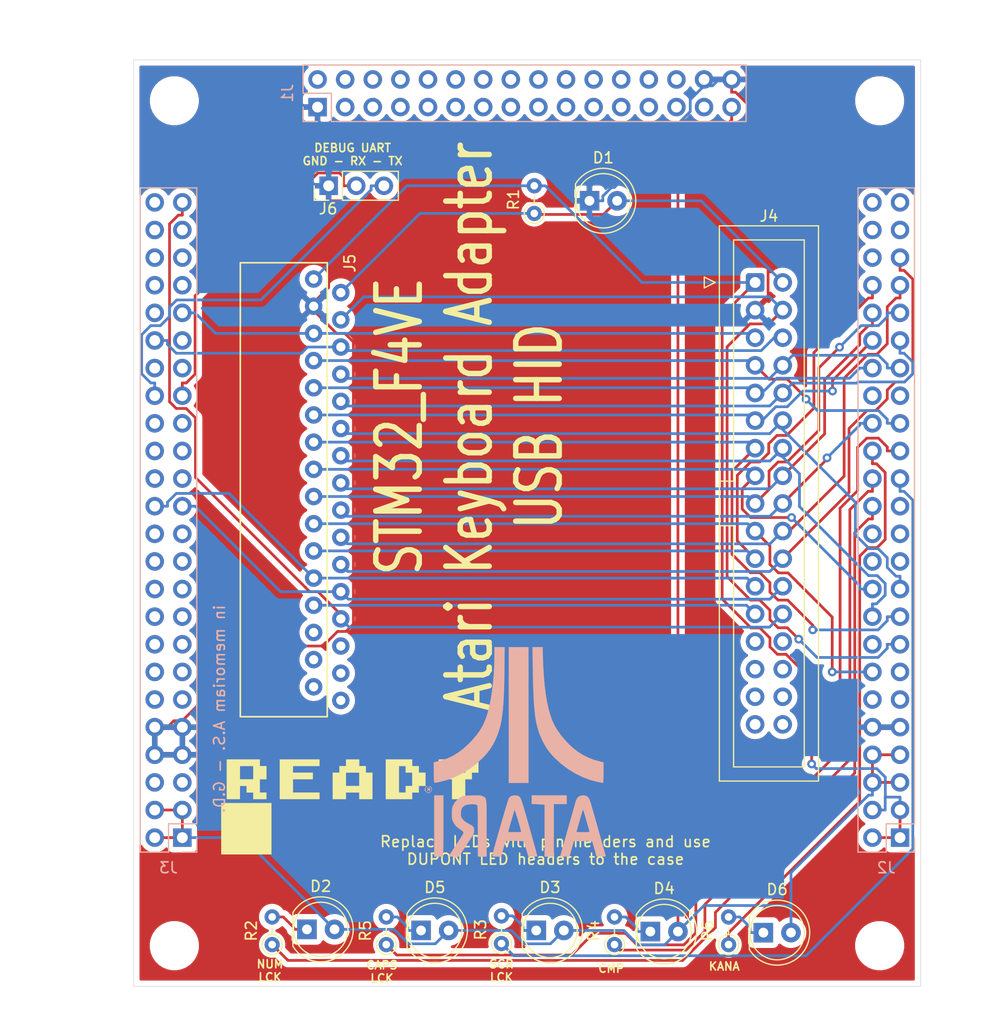
<source format=kicad_pcb>
(kicad_pcb (version 20171130) (host pcbnew 5.1.9+dfsg1-1)
  (title_block (title "STM32F407VET6 Hat Pin Header Adapter PCB") (date 2021-12-02) (rev 0.1) (company "RetroBit Lab") (comment 1 https://stm32-base.org/boards/STM32F407VET6-STM32-F4VE-V2.0))
  (layers (0 F.Cu signal) (31 B.Cu signal) (34 B.Paste user) (35 F.Paste user) (36 B.SilkS user) (37 F.SilkS user) (38 B.Mask user) (39 F.Mask user) (44 Edge.Cuts user))
  (net 0 "")
  (net 1 GND)
  (net 2 ~LED)
  (net 3 "Net-(J1-Pad2)")
  (net 4 "Net-(J1-Pad3)")
  (net 5 "Net-(J1-Pad4)")
  (net 6 "Net-(J1-Pad5)")
  (net 7 "Net-(J1-Pad6)")
  (net 8 "Net-(J1-Pad7)")
  (net 9 "Net-(J1-Pad8)")
  (net 10 "Net-(J1-Pad9)")
  (net 11 "Net-(J1-Pad10)")
  (net 12 "Net-(J1-Pad11)")
  (net 13 "Net-(J1-Pad12)")
  (net 14 "Net-(J1-Pad13)")
  (net 15 "Net-(J1-Pad14)")
  (net 16 "Net-(J1-Pad15)")
  (net 17 "Net-(J1-Pad16)")
  (net 18 "Net-(J1-Pad17)")
  (net 19 "Net-(J1-Pad18)")
  (net 20 "Net-(J1-Pad19)")
  (net 21 "Net-(J1-Pad20)")
  (net 22 "Net-(J1-Pad21)")
  (net 23 "Net-(J1-Pad22)")
  (net 24 "Net-(J1-Pad23)")
  (net 25 "Net-(J1-Pad24)")
  (net 26 "Net-(J1-Pad25)")
  (net 27 "Net-(J1-Pad26)")
  (net 28 "Net-(J1-Pad27)")
  (net 29 "Net-(J1-Pad28)")
  (net 30 "Net-(J1-Pad29)")
  (net 31 +3V3)
  (net 32 +5V)
  (net 33 /PE2)
  (net 34 /PE3)
  (net 35 /PE4)
  (net 36 IN_4)
  (net 37 IN_6)
  (net 38 /PC13)
  (net 39 OUT_1)
  (net 40 OUT_4)
  (net 41 OUT_6)
  (net 42 OUT_2)
  (net 43 /VREF-)
  (net 44 /VREF+)
  (net 45 /PA0-WK_UP)
  (net 46 /PA1)
  (net 47 /PA2)
  (net 48 /PA4)
  (net 49 OUT_7)
  (net 50 OUT_0)
  (net 51 /PB0)
  (net 52 /PB1)
  (net 53 IN_2)
  (net 54 IN_7)
  (net 55 IN_5)
  (net 56 IN_1)
  (net 57 IN_0)
  (net 58 IN_3)
  (net 59 RSC)
  (net 60 START)
  (net 61 SELECT)
  (net 62 /PB10)
  (net 63 /PB11)
  (net 64 /PB12)
  (net 65 /PB13)
  (net 66 /PB14)
  (net 67 /PB15)
  (net 68 OUT_FN)
  (net 69 /PD9)
  (net 70 /PD10)
  (net 71 /PD11)
  (net 72 /PD12)
  (net 73 /PD13)
  (net 74 /PD14)
  (net 75 /PD15)
  (net 76 OUT_3)
  (net 77 OUT_5)
  (net 78 /PC8)
  (net 79 /PC9)
  (net 80 /PA8)
  (net 81 /PA9-TXD1)
  (net 82 /PA10-RXD1)
  (net 83 /PA11-USB_DM)
  (net 84 /PA12-USB_DP)
  (net 85 /PA15-TDI_SWD)
  (net 86 /PC10)
  (net 87 /PC11)
  (net 88 /PC12)
  (net 89 OPTION)
  (net 90 RESET)
  (net 91 /PD2)
  (net 92 /PD3)
  (net 93 /PD4)
  (net 94 /PD5)
  (net 95 /PD6)
  (net 96 /PD7)
  (net 97 /PB3-TDO_SWD)
  (net 98 /PB5)
  (net 99 /PB6)
  (net 100 /PB7)
  (net 101 /PB8)
  (net 102 /PB9)
  (net 103 /PE0)
  (net 104 /PE1)
  (net 105 /PB2-BOOT1)
  (net 106 /BOOT0)
  (net 107 LSC)
  (net 108 "Net-(J4-Pad27)")
  (net 109 "Net-(J4-Pad29)")
  (net 110 "Net-(J4-Pad31)")
  (net 111 "Net-(J4-Pad33)")
  (net 112 "Net-(J4-Pad28)")
  (net 113 "Net-(J4-Pad30)")
  (net 114 "Net-(J4-Pad32)")
  (net 115 "Net-(J4-Pad34)")
  (net 116 "Net-(J5-Pad27)")
  (net 117 "Net-(J5-Pad28)")
  (net 118 "Net-(J5-Pad29)")
  (net 119 "Net-(J5-Pad30)")
  (net 120 "Net-(J5-Pad31)")
  (net 121 "Net-(J5-Pad32)")
  (net 122 "Net-(D2-Pad1)")
  (net 123 "Net-(D3-Pad1)")
  (net 124 "Net-(D4-Pad1)")
  (net 125 "Net-(D5-Pad1)")
  (net 126 "Net-(D6-Pad1)")
  (net 127 /NUM_LK)
  (net 128 /COMPOSE)
  (net 129 /CAPSLK)
  (net 130 /KANA)
  (module RetroBitLab:atari_fuji_SilkScreen_21.2x25-Rev (layer B.Cu) (at 147 116 180)
    (fp_text reference G*** hide)
    (fp_text value LOGO hide)
  )
  (module MountingHole:MountingHole_3.5mm (layer F.Cu) (at 115.851 56.061)
    (fp_text reference H1 hide)
    (fp_text value MountingHole)
    (pad 1 np_thru_hole circle (at 0 0) (size 3.5 3.5) (drill 3.5) (layers *.Cu *.Mask))
  )
  (module MountingHole:MountingHole_3.5mm (layer F.Cu) (at 180.751 133.761)
    (fp_text reference H4 hide)
    (fp_text value MountingHole)
    (pad 1 np_thru_hole circle (at 0 0) (size 3.5 3.5) (drill 3.5) (layers *.Cu *.Mask))
  )
  (module MountingHole:MountingHole_3.5mm (layer F.Cu) (at 115.851 133.761)
    (fp_text reference H3 hide)
    (fp_text value MountingHole)
    (pad 1 np_thru_hole circle (at 0 0) (size 3.5 3.5) (drill 3.5) (layers *.Cu *.Mask))
  )
  (module MountingHole:MountingHole_3.5mm (layer F.Cu) (at 180.751 56.061)
    (fp_text reference H2 hide)
    (fp_text value MountingHole)
    (pad 1 np_thru_hole circle (at 0 0) (size 3.5 3.5) (drill 3.5) (layers *.Cu *.Mask))
  )
  (module Resistor_THT:R_Axial_DIN0204_L3.6mm_D1.6mm_P2.54mm_Vertical (layer F.Cu) (at 166.851 133.661 90)
    (fp_text reference R6 (at 1.27 -1.92 90) (layer F.SilkS))
    (fp_text value 510R)
    (pad 2 thru_hole oval (at 2.54 0 90) (size 1.4 1.4) (drill 0.7) (layers *.Cu *.Mask) (net 126 "Net-(D6-Pad1)"))
    (pad 1 thru_hole circle (at 0 0 90) (size 1.4 1.4) (drill 0.7) (layers *.Cu *.Mask) (net 130 /KANA))
  )
  (module Resistor_THT:R_Axial_DIN0204_L3.6mm_D1.6mm_P2.54mm_Vertical (layer F.Cu) (at 135.351 133.661 90)
    (fp_text reference R5 (at 1.27 -1.92 90) (layer F.SilkS))
    (fp_text value 510R)
    (pad 2 thru_hole oval (at 2.54 0 90) (size 1.4 1.4) (drill 0.7) (layers *.Cu *.Mask) (net 125 "Net-(D5-Pad1)"))
    (pad 1 thru_hole circle (at 0 0 90) (size 1.4 1.4) (drill 0.7) (layers *.Cu *.Mask) (net 129 /CAPSLK))
  )
  (module Resistor_THT:R_Axial_DIN0204_L3.6mm_D1.6mm_P2.54mm_Vertical (layer F.Cu) (at 156.351 133.661 90)
    (fp_text reference R4 (at 1.27 -1.92 90) (layer F.SilkS))
    (fp_text value 510R)
    (pad 2 thru_hole oval (at 2.54 0 90) (size 1.4 1.4) (drill 0.7) (layers *.Cu *.Mask) (net 124 "Net-(D4-Pad1)"))
    (pad 1 thru_hole circle (at 0 0 90) (size 1.4 1.4) (drill 0.7) (layers *.Cu *.Mask) (net 128 /COMPOSE))
  )
  (module Resistor_THT:R_Axial_DIN0204_L3.6mm_D1.6mm_P2.54mm_Vertical (layer F.Cu) (at 145.951 133.561 90)
    (fp_text reference R3 (at 1.27 -1.92 90) (layer F.SilkS))
    (fp_text value 510R)
    (pad 2 thru_hole oval (at 2.54 0 90) (size 1.4 1.4) (drill 0.7) (layers *.Cu *.Mask) (net 123 "Net-(D3-Pad1)"))
    (pad 1 thru_hole circle (at 0 0 90) (size 1.4 1.4) (drill 0.7) (layers *.Cu *.Mask) (net 48 /PA4))
  )
  (module Resistor_THT:R_Axial_DIN0204_L3.6mm_D1.6mm_P2.54mm_Vertical (layer F.Cu) (at 124.851 133.661 90)
    (fp_text reference R2 (at 1.27 -1.92 90) (layer F.SilkS))
    (fp_text value 510R)
    (pad 2 thru_hole oval (at 2.54 0 90) (size 1.4 1.4) (drill 0.7) (layers *.Cu *.Mask) (net 122 "Net-(D2-Pad1)"))
    (pad 1 thru_hole circle (at 0 0 90) (size 1.4 1.4) (drill 0.7) (layers *.Cu *.Mask) (net 127 /NUM_LK))
  )
  (module Connector_PinHeader_2.54mm:PinHeader_1x03_P2.54mm_Vertical (layer F.Cu) (at 130.051 63.881 90)
    (fp_text reference J6 (at -2.119 -0.051 180) (layer F.SilkS))
    (fp_text value Conn_01x03)
    (pad 3 thru_hole oval (at 0 5.08 90) (size 1.7 1.7) (drill 1) (layers *.Cu *.Mask) (net 81 /PA9-TXD1))
    (pad 2 thru_hole oval (at 0 2.54 90) (size 1.7 1.7) (drill 1) (layers *.Cu *.Mask) (net 82 /PA10-RXD1))
    (pad 1 thru_hole rect (at 0 0 90) (size 1.7 1.7) (drill 1) (layers *.Cu *.Mask) (net 1 GND))
  )
  (module LED_THT:LED_D5.0mm (layer F.Cu) (at 170.051 132.561)
    (fp_text reference D6 (at 1.27 -3.96) (layer F.SilkS))
    (fp_text value LED)
    (pad 2 thru_hole circle (at 2.54 0) (size 1.8 1.8) (drill 0.9) (layers *.Cu *.Mask) (net 31 +3V3))
    (pad 1 thru_hole rect (at 0 0) (size 1.8 1.8) (drill 0.9) (layers *.Cu *.Mask) (net 126 "Net-(D6-Pad1)"))
  )
  (module LED_THT:LED_D5.0mm (layer F.Cu) (at 138.551 132.361)
    (fp_text reference D5 (at 1.27 -3.96) (layer F.SilkS))
    (fp_text value LED)
    (pad 2 thru_hole circle (at 2.54 0) (size 1.8 1.8) (drill 0.9) (layers *.Cu *.Mask) (net 31 +3V3))
    (pad 1 thru_hole rect (at 0 0) (size 1.8 1.8) (drill 0.9) (layers *.Cu *.Mask) (net 125 "Net-(D5-Pad1)"))
  )
  (module LED_THT:LED_D5.0mm (layer F.Cu) (at 159.651 132.461)
    (fp_text reference D4 (at 1.27 -3.96) (layer F.SilkS))
    (fp_text value LED)
    (pad 2 thru_hole circle (at 2.54 0) (size 1.8 1.8) (drill 0.9) (layers *.Cu *.Mask) (net 31 +3V3))
    (pad 1 thru_hole rect (at 0 0) (size 1.8 1.8) (drill 0.9) (layers *.Cu *.Mask) (net 124 "Net-(D4-Pad1)"))
  )
  (module LED_THT:LED_D5.0mm (layer F.Cu) (at 149.151 132.361)
    (fp_text reference D3 (at 1.27 -3.96) (layer F.SilkS))
    (fp_text value LED)
    (pad 2 thru_hole circle (at 2.54 0) (size 1.8 1.8) (drill 0.9) (layers *.Cu *.Mask) (net 31 +3V3))
    (pad 1 thru_hole rect (at 0 0) (size 1.8 1.8) (drill 0.9) (layers *.Cu *.Mask) (net 123 "Net-(D3-Pad1)"))
  )
  (module LED_THT:LED_D5.0mm (layer F.Cu) (at 128.051 132.261)
    (fp_text reference D2 (at 1.27 -3.96) (layer F.SilkS))
    (fp_text value LED)
    (pad 2 thru_hole circle (at 2.54 0) (size 1.8 1.8) (drill 0.9) (layers *.Cu *.Mask) (net 31 +3V3))
    (pad 1 thru_hole rect (at 0 0) (size 1.8 1.8) (drill 0.9) (layers *.Cu *.Mask) (net 122 "Net-(D2-Pad1)"))
  )
  (module LED_THT:LED_D5.0mm (layer F.Cu) (at 154.051 65.261)
    (fp_text reference D1 (at 1.27 -3.96) (layer F.SilkS))
    (fp_text value LED)
    (pad 1 thru_hole rect (at 0 0) (size 1.8 1.8) (drill 0.9) (layers *.Cu *.Mask) (net 1 GND))
    (pad 2 thru_hole circle (at 2.54 0) (size 1.8 1.8) (drill 0.9) (layers *.Cu *.Mask) (net 2 ~LED))
  )
  (module Connector_PinSocket_2.54mm:PinSocket_2x16_P2.54mm_Vertical (layer B.Cu) (at 129.032 56.642 270)
    (fp_text reference J1 (at -1.27 2.77 270) (layer B.SilkS) (effects (justify mirror)))
    (fp_text value Conn_02x16_Odd_Even)
    (pad 1 thru_hole rect (at 0 0 270) (size 1.7 1.7) (drill 1) (layers *.Cu *.Mask) (net 1 GND))
    (pad 2 thru_hole oval (at -2.54 0 270) (size 1.7 1.7) (drill 1) (layers *.Cu *.Mask) (net 3 "Net-(J1-Pad2)"))
    (pad 3 thru_hole oval (at 0 -2.54 270) (size 1.7 1.7) (drill 1) (layers *.Cu *.Mask) (net 4 "Net-(J1-Pad3)"))
    (pad 4 thru_hole oval (at -2.54 -2.54 270) (size 1.7 1.7) (drill 1) (layers *.Cu *.Mask) (net 5 "Net-(J1-Pad4)"))
    (pad 5 thru_hole oval (at 0 -5.08 270) (size 1.7 1.7) (drill 1) (layers *.Cu *.Mask) (net 6 "Net-(J1-Pad5)"))
    (pad 6 thru_hole oval (at -2.54 -5.08 270) (size 1.7 1.7) (drill 1) (layers *.Cu *.Mask) (net 7 "Net-(J1-Pad6)"))
    (pad 7 thru_hole oval (at 0 -7.62 270) (size 1.7 1.7) (drill 1) (layers *.Cu *.Mask) (net 8 "Net-(J1-Pad7)"))
    (pad 8 thru_hole oval (at -2.54 -7.62 270) (size 1.7 1.7) (drill 1) (layers *.Cu *.Mask) (net 9 "Net-(J1-Pad8)"))
    (pad 9 thru_hole oval (at 0 -10.16 270) (size 1.7 1.7) (drill 1) (layers *.Cu *.Mask) (net 10 "Net-(J1-Pad9)"))
    (pad 10 thru_hole oval (at -2.54 -10.16 270) (size 1.7 1.7) (drill 1) (layers *.Cu *.Mask) (net 11 "Net-(J1-Pad10)"))
    (pad 11 thru_hole oval (at 0 -12.7 270) (size 1.7 1.7) (drill 1) (layers *.Cu *.Mask) (net 12 "Net-(J1-Pad11)"))
    (pad 12 thru_hole oval (at -2.54 -12.7 270) (size 1.7 1.7) (drill 1) (layers *.Cu *.Mask) (net 13 "Net-(J1-Pad12)"))
    (pad 13 thru_hole oval (at 0 -15.24 270) (size 1.7 1.7) (drill 1) (layers *.Cu *.Mask) (net 14 "Net-(J1-Pad13)"))
    (pad 14 thru_hole oval (at -2.54 -15.24 270) (size 1.7 1.7) (drill 1) (layers *.Cu *.Mask) (net 15 "Net-(J1-Pad14)"))
    (pad 15 thru_hole oval (at 0 -17.78 270) (size 1.7 1.7) (drill 1) (layers *.Cu *.Mask) (net 16 "Net-(J1-Pad15)"))
    (pad 16 thru_hole oval (at -2.54 -17.78 270) (size 1.7 1.7) (drill 1) (layers *.Cu *.Mask) (net 17 "Net-(J1-Pad16)"))
    (pad 17 thru_hole oval (at 0 -20.32 270) (size 1.7 1.7) (drill 1) (layers *.Cu *.Mask) (net 18 "Net-(J1-Pad17)"))
    (pad 18 thru_hole oval (at -2.54 -20.32 270) (size 1.7 1.7) (drill 1) (layers *.Cu *.Mask) (net 19 "Net-(J1-Pad18)"))
    (pad 19 thru_hole oval (at 0 -22.86 270) (size 1.7 1.7) (drill 1) (layers *.Cu *.Mask) (net 20 "Net-(J1-Pad19)"))
    (pad 20 thru_hole oval (at -2.54 -22.86 270) (size 1.7 1.7) (drill 1) (layers *.Cu *.Mask) (net 21 "Net-(J1-Pad20)"))
    (pad 21 thru_hole oval (at 0 -25.4 270) (size 1.7 1.7) (drill 1) (layers *.Cu *.Mask) (net 22 "Net-(J1-Pad21)"))
    (pad 22 thru_hole oval (at -2.54 -25.4 270) (size 1.7 1.7) (drill 1) (layers *.Cu *.Mask) (net 23 "Net-(J1-Pad22)"))
    (pad 23 thru_hole oval (at 0 -27.94 270) (size 1.7 1.7) (drill 1) (layers *.Cu *.Mask) (net 24 "Net-(J1-Pad23)"))
    (pad 24 thru_hole oval (at -2.54 -27.94 270) (size 1.7 1.7) (drill 1) (layers *.Cu *.Mask) (net 25 "Net-(J1-Pad24)"))
    (pad 25 thru_hole oval (at 0 -30.48 270) (size 1.7 1.7) (drill 1) (layers *.Cu *.Mask) (net 26 "Net-(J1-Pad25)"))
    (pad 26 thru_hole oval (at -2.54 -30.48 270) (size 1.7 1.7) (drill 1) (layers *.Cu *.Mask) (net 27 "Net-(J1-Pad26)"))
    (pad 27 thru_hole oval (at 0 -33.02 270) (size 1.7 1.7) (drill 1) (layers *.Cu *.Mask) (net 28 "Net-(J1-Pad27)"))
    (pad 28 thru_hole oval (at -2.54 -33.02 270) (size 1.7 1.7) (drill 1) (layers *.Cu *.Mask) (net 29 "Net-(J1-Pad28)"))
    (pad 29 thru_hole oval (at 0 -35.56 270) (size 1.7 1.7) (drill 1) (layers *.Cu *.Mask) (net 30 "Net-(J1-Pad29)"))
    (pad 30 thru_hole oval (at -2.54 -35.56 270) (size 1.7 1.7) (drill 1) (layers *.Cu *.Mask) (net 1 GND))
    (pad 31 thru_hole oval (at 0 -38.1 270) (size 1.7 1.7) (drill 1) (layers *.Cu *.Mask) (net 31 +3V3))
    (pad 32 thru_hole oval (at -2.54 -38.1 270) (size 1.7 1.7) (drill 1) (layers *.Cu *.Mask) (net 1 GND))
  )
  (module Connector_PinSocket_2.54mm:PinSocket_2x24_P2.54mm_Vertical (layer B.Cu) (at 182.626 123.825)
    (fp_text reference J2 (at -1.27 2.77) (layer B.SilkS) (effects (justify mirror)))
    (fp_text value Conn_02x24_Odd_Even)
    (pad 1 thru_hole rect (at 0 0) (size 1.7 1.7) (drill 1) (layers *.Cu *.Mask) (net 32 +5V))
    (pad 2 thru_hole oval (at -2.54 0) (size 1.7 1.7) (drill 1) (layers *.Cu *.Mask) (net 32 +5V))
    (pad 3 thru_hole oval (at 0 -2.54) (size 1.7 1.7) (drill 1) (layers *.Cu *.Mask) (net 32 +5V))
    (pad 4 thru_hole oval (at -2.54 -2.54) (size 1.7 1.7) (drill 1) (layers *.Cu *.Mask) (net 32 +5V))
    (pad 5 thru_hole oval (at 0 -5.08) (size 1.7 1.7) (drill 1) (layers *.Cu *.Mask) (net 31 +3V3))
    (pad 6 thru_hole oval (at -2.54 -5.08) (size 1.7 1.7) (drill 1) (layers *.Cu *.Mask) (net 31 +3V3))
    (pad 7 thru_hole oval (at 0 -7.62) (size 1.7 1.7) (drill 1) (layers *.Cu *.Mask) (net 31 +3V3))
    (pad 8 thru_hole oval (at -2.54 -7.62) (size 1.7 1.7) (drill 1) (layers *.Cu *.Mask) (net 31 +3V3))
    (pad 9 thru_hole oval (at 0 -10.16) (size 1.7 1.7) (drill 1) (layers *.Cu *.Mask) (net 1 GND))
    (pad 10 thru_hole oval (at -2.54 -10.16) (size 1.7 1.7) (drill 1) (layers *.Cu *.Mask) (net 1 GND))
    (pad 11 thru_hole oval (at 0 -12.7) (size 1.7 1.7) (drill 1) (layers *.Cu *.Mask) (net 33 /PE2))
    (pad 12 thru_hole oval (at -2.54 -12.7) (size 1.7 1.7) (drill 1) (layers *.Cu *.Mask) (net 34 /PE3))
    (pad 13 thru_hole oval (at 0 -15.24) (size 1.7 1.7) (drill 1) (layers *.Cu *.Mask) (net 35 /PE4))
    (pad 14 thru_hole oval (at -2.54 -15.24) (size 1.7 1.7) (drill 1) (layers *.Cu *.Mask) (net 36 IN_4))
    (pad 15 thru_hole oval (at 0 -17.78) (size 1.7 1.7) (drill 1) (layers *.Cu *.Mask) (net 37 IN_6))
    (pad 16 thru_hole oval (at -2.54 -17.78) (size 1.7 1.7) (drill 1) (layers *.Cu *.Mask) (net 38 /PC13))
    (pad 17 thru_hole oval (at 0 -20.32) (size 1.7 1.7) (drill 1) (layers *.Cu *.Mask) (net 39 OUT_1))
    (pad 18 thru_hole oval (at -2.54 -20.32) (size 1.7 1.7) (drill 1) (layers *.Cu *.Mask) (net 40 OUT_4))
    (pad 19 thru_hole oval (at 0 -22.86) (size 1.7 1.7) (drill 1) (layers *.Cu *.Mask) (net 41 OUT_6))
    (pad 20 thru_hole oval (at -2.54 -22.86) (size 1.7 1.7) (drill 1) (layers *.Cu *.Mask) (net 42 OUT_2))
    (pad 21 thru_hole oval (at 0 -25.4) (size 1.7 1.7) (drill 1) (layers *.Cu *.Mask) (net 43 /VREF-))
    (pad 22 thru_hole oval (at -2.54 -25.4) (size 1.7 1.7) (drill 1) (layers *.Cu *.Mask) (net 44 /VREF+))
    (pad 23 thru_hole oval (at 0 -27.94) (size 1.7 1.7) (drill 1) (layers *.Cu *.Mask) (net 45 /PA0-WK_UP))
    (pad 24 thru_hole oval (at -2.54 -27.94) (size 1.7 1.7) (drill 1) (layers *.Cu *.Mask) (net 46 /PA1))
    (pad 25 thru_hole oval (at 0 -30.48) (size 1.7 1.7) (drill 1) (layers *.Cu *.Mask) (net 47 /PA2))
    (pad 26 thru_hole oval (at -2.54 -30.48) (size 1.7 1.7) (drill 1) (layers *.Cu *.Mask) (net 127 /NUM_LK))
    (pad 27 thru_hole oval (at 0 -33.02) (size 1.7 1.7) (drill 1) (layers *.Cu *.Mask) (net 48 /PA4))
    (pad 28 thru_hole oval (at -2.54 -33.02) (size 1.7 1.7) (drill 1) (layers *.Cu *.Mask) (net 128 /COMPOSE))
    (pad 29 thru_hole oval (at 0 -35.56) (size 1.7 1.7) (drill 1) (layers *.Cu *.Mask) (net 129 /CAPSLK))
    (pad 30 thru_hole oval (at -2.54 -35.56) (size 1.7 1.7) (drill 1) (layers *.Cu *.Mask) (net 130 /KANA))
    (pad 31 thru_hole oval (at 0 -38.1) (size 1.7 1.7) (drill 1) (layers *.Cu *.Mask) (net 49 OUT_7))
    (pad 32 thru_hole oval (at -2.54 -38.1) (size 1.7 1.7) (drill 1) (layers *.Cu *.Mask) (net 50 OUT_0))
    (pad 33 thru_hole oval (at 0 -40.64) (size 1.7 1.7) (drill 1) (layers *.Cu *.Mask) (net 51 /PB0))
    (pad 34 thru_hole oval (at -2.54 -40.64) (size 1.7 1.7) (drill 1) (layers *.Cu *.Mask) (net 52 /PB1))
    (pad 35 thru_hole oval (at 0 -43.18) (size 1.7 1.7) (drill 1) (layers *.Cu *.Mask) (net 53 IN_2))
    (pad 36 thru_hole oval (at -2.54 -43.18) (size 1.7 1.7) (drill 1) (layers *.Cu *.Mask) (net 54 IN_7))
    (pad 37 thru_hole oval (at 0 -45.72) (size 1.7 1.7) (drill 1) (layers *.Cu *.Mask) (net 55 IN_5))
    (pad 38 thru_hole oval (at -2.54 -45.72) (size 1.7 1.7) (drill 1) (layers *.Cu *.Mask) (net 56 IN_1))
    (pad 39 thru_hole oval (at 0 -48.26) (size 1.7 1.7) (drill 1) (layers *.Cu *.Mask) (net 57 IN_0))
    (pad 40 thru_hole oval (at -2.54 -48.26) (size 1.7 1.7) (drill 1) (layers *.Cu *.Mask) (net 58 IN_3))
    (pad 41 thru_hole oval (at 0 -50.8) (size 1.7 1.7) (drill 1) (layers *.Cu *.Mask) (net 59 RSC))
    (pad 42 thru_hole oval (at -2.54 -50.8) (size 1.7 1.7) (drill 1) (layers *.Cu *.Mask) (net 60 START))
    (pad 43 thru_hole oval (at 0 -53.34) (size 1.7 1.7) (drill 1) (layers *.Cu *.Mask) (net 61 SELECT))
    (pad 44 thru_hole oval (at -2.54 -53.34) (size 1.7 1.7) (drill 1) (layers *.Cu *.Mask) (net 62 /PB10))
    (pad 45 thru_hole oval (at 0 -55.88) (size 1.7 1.7) (drill 1) (layers *.Cu *.Mask) (net 63 /PB11))
    (pad 46 thru_hole oval (at -2.54 -55.88) (size 1.7 1.7) (drill 1) (layers *.Cu *.Mask) (net 64 /PB12))
    (pad 47 thru_hole oval (at 0 -58.42) (size 1.7 1.7) (drill 1) (layers *.Cu *.Mask) (net 65 /PB13))
    (pad 48 thru_hole oval (at -2.54 -58.42) (size 1.7 1.7) (drill 1) (layers *.Cu *.Mask) (net 66 /PB14))
  )
  (module Connector_PinSocket_2.54mm:PinSocket_2x24_P2.54mm_Vertical (layer B.Cu) (at 116.586 123.825)
    (fp_text reference J3 (at -1.27 2.77) (layer B.SilkS) (effects (justify mirror)))
    (fp_text value Conn_02x24_Odd_Even)
    (pad 48 thru_hole oval (at -2.54 -58.42) (size 1.7 1.7) (drill 1) (layers *.Cu *.Mask) (net 67 /PB15))
    (pad 47 thru_hole oval (at 0 -58.42) (size 1.7 1.7) (drill 1) (layers *.Cu *.Mask) (net 68 OUT_FN))
    (pad 46 thru_hole oval (at -2.54 -55.88) (size 1.7 1.7) (drill 1) (layers *.Cu *.Mask) (net 69 /PD9))
    (pad 45 thru_hole oval (at 0 -55.88) (size 1.7 1.7) (drill 1) (layers *.Cu *.Mask) (net 70 /PD10))
    (pad 44 thru_hole oval (at -2.54 -53.34) (size 1.7 1.7) (drill 1) (layers *.Cu *.Mask) (net 71 /PD11))
    (pad 43 thru_hole oval (at 0 -53.34) (size 1.7 1.7) (drill 1) (layers *.Cu *.Mask) (net 72 /PD12))
    (pad 42 thru_hole oval (at -2.54 -50.8) (size 1.7 1.7) (drill 1) (layers *.Cu *.Mask) (net 73 /PD13))
    (pad 41 thru_hole oval (at 0 -50.8) (size 1.7 1.7) (drill 1) (layers *.Cu *.Mask) (net 74 /PD14))
    (pad 40 thru_hole oval (at -2.54 -48.26) (size 1.7 1.7) (drill 1) (layers *.Cu *.Mask) (net 75 /PD15))
    (pad 39 thru_hole oval (at 0 -48.26) (size 1.7 1.7) (drill 1) (layers *.Cu *.Mask) (net 76 OUT_3))
    (pad 38 thru_hole oval (at -2.54 -45.72) (size 1.7 1.7) (drill 1) (layers *.Cu *.Mask) (net 77 OUT_5))
    (pad 37 thru_hole oval (at 0 -45.72) (size 1.7 1.7) (drill 1) (layers *.Cu *.Mask) (net 78 /PC8))
    (pad 36 thru_hole oval (at -2.54 -43.18) (size 1.7 1.7) (drill 1) (layers *.Cu *.Mask) (net 79 /PC9))
    (pad 35 thru_hole oval (at 0 -43.18) (size 1.7 1.7) (drill 1) (layers *.Cu *.Mask) (net 80 /PA8))
    (pad 34 thru_hole oval (at -2.54 -40.64) (size 1.7 1.7) (drill 1) (layers *.Cu *.Mask) (net 81 /PA9-TXD1))
    (pad 33 thru_hole oval (at 0 -40.64) (size 1.7 1.7) (drill 1) (layers *.Cu *.Mask) (net 82 /PA10-RXD1))
    (pad 32 thru_hole oval (at -2.54 -38.1) (size 1.7 1.7) (drill 1) (layers *.Cu *.Mask) (net 83 /PA11-USB_DM))
    (pad 31 thru_hole oval (at 0 -38.1) (size 1.7 1.7) (drill 1) (layers *.Cu *.Mask) (net 84 /PA12-USB_DP))
    (pad 30 thru_hole oval (at -2.54 -35.56) (size 1.7 1.7) (drill 1) (layers *.Cu *.Mask) (net 85 /PA15-TDI_SWD))
    (pad 29 thru_hole oval (at 0 -35.56) (size 1.7 1.7) (drill 1) (layers *.Cu *.Mask) (net 86 /PC10))
    (pad 28 thru_hole oval (at -2.54 -33.02) (size 1.7 1.7) (drill 1) (layers *.Cu *.Mask) (net 87 /PC11))
    (pad 27 thru_hole oval (at 0 -33.02) (size 1.7 1.7) (drill 1) (layers *.Cu *.Mask) (net 88 /PC12))
    (pad 26 thru_hole oval (at -2.54 -30.48) (size 1.7 1.7) (drill 1) (layers *.Cu *.Mask) (net 89 OPTION))
    (pad 25 thru_hole oval (at 0 -30.48) (size 1.7 1.7) (drill 1) (layers *.Cu *.Mask) (net 90 RESET))
    (pad 24 thru_hole oval (at -2.54 -27.94) (size 1.7 1.7) (drill 1) (layers *.Cu *.Mask) (net 91 /PD2))
    (pad 23 thru_hole oval (at 0 -27.94) (size 1.7 1.7) (drill 1) (layers *.Cu *.Mask) (net 92 /PD3))
    (pad 22 thru_hole oval (at -2.54 -25.4) (size 1.7 1.7) (drill 1) (layers *.Cu *.Mask) (net 93 /PD4))
    (pad 21 thru_hole oval (at 0 -25.4) (size 1.7 1.7) (drill 1) (layers *.Cu *.Mask) (net 94 /PD5))
    (pad 20 thru_hole oval (at -2.54 -22.86) (size 1.7 1.7) (drill 1) (layers *.Cu *.Mask) (net 95 /PD6))
    (pad 19 thru_hole oval (at 0 -22.86) (size 1.7 1.7) (drill 1) (layers *.Cu *.Mask) (net 96 /PD7))
    (pad 18 thru_hole oval (at -2.54 -20.32) (size 1.7 1.7) (drill 1) (layers *.Cu *.Mask) (net 97 /PB3-TDO_SWD))
    (pad 17 thru_hole oval (at 0 -20.32) (size 1.7 1.7) (drill 1) (layers *.Cu *.Mask) (net 98 /PB5))
    (pad 16 thru_hole oval (at -2.54 -17.78) (size 1.7 1.7) (drill 1) (layers *.Cu *.Mask) (net 99 /PB6))
    (pad 15 thru_hole oval (at 0 -17.78) (size 1.7 1.7) (drill 1) (layers *.Cu *.Mask) (net 100 /PB7))
    (pad 14 thru_hole oval (at -2.54 -15.24) (size 1.7 1.7) (drill 1) (layers *.Cu *.Mask) (net 101 /PB8))
    (pad 13 thru_hole oval (at 0 -15.24) (size 1.7 1.7) (drill 1) (layers *.Cu *.Mask) (net 102 /PB9))
    (pad 12 thru_hole oval (at -2.54 -12.7) (size 1.7 1.7) (drill 1) (layers *.Cu *.Mask) (net 103 /PE0))
    (pad 11 thru_hole oval (at 0 -12.7) (size 1.7 1.7) (drill 1) (layers *.Cu *.Mask) (net 104 /PE1))
    (pad 10 thru_hole oval (at -2.54 -10.16) (size 1.7 1.7) (drill 1) (layers *.Cu *.Mask) (net 1 GND))
    (pad 9 thru_hole oval (at 0 -10.16) (size 1.7 1.7) (drill 1) (layers *.Cu *.Mask) (net 1 GND))
    (pad 8 thru_hole oval (at -2.54 -7.62) (size 1.7 1.7) (drill 1) (layers *.Cu *.Mask) (net 1 GND))
    (pad 7 thru_hole oval (at 0 -7.62) (size 1.7 1.7) (drill 1) (layers *.Cu *.Mask) (net 1 GND))
    (pad 6 thru_hole oval (at -2.54 -5.08) (size 1.7 1.7) (drill 1) (layers *.Cu *.Mask) (net 105 /PB2-BOOT1))
    (pad 5 thru_hole oval (at 0 -5.08) (size 1.7 1.7) (drill 1) (layers *.Cu *.Mask) (net 106 /BOOT0))
    (pad 4 thru_hole oval (at -2.54 -2.54) (size 1.7 1.7) (drill 1) (layers *.Cu *.Mask) (net 31 +3V3))
    (pad 3 thru_hole oval (at 0 -2.54) (size 1.7 1.7) (drill 1) (layers *.Cu *.Mask) (net 31 +3V3))
    (pad 2 thru_hole oval (at -2.54 0) (size 1.7 1.7) (drill 1) (layers *.Cu *.Mask) (net 31 +3V3))
    (pad 1 thru_hole rect (at 0 0) (size 1.7 1.7) (drill 1) (layers *.Cu *.Mask) (net 31 +3V3))
  )
  (module Connector_IDC:IDC-Header_2x17_P2.54mm_Vertical (layer F.Cu) (at 169.291 72.771)
    (fp_text reference J4 (at 1.27 -6.1) (layer F.SilkS))
    (fp_text value Conn_02x17_Counter_Clockwise)
    (pad 1 thru_hole roundrect (at 0 0) (size 1.7 1.7) (drill 1) (layers *.Cu *.Mask) (roundrect_rratio 0.1470588235294118) (net 32 +5V))
    (pad 3 thru_hole circle (at 0 2.54) (size 1.7 1.7) (drill 1) (layers *.Cu *.Mask) (net 1 GND))
    (pad 5 thru_hole circle (at 0 5.08) (size 1.7 1.7) (drill 1) (layers *.Cu *.Mask) (net 76 OUT_3))
    (pad 7 thru_hole circle (at 0 7.62) (size 1.7 1.7) (drill 1) (layers *.Cu *.Mask) (net 49 OUT_7))
    (pad 9 thru_hole circle (at 0 10.16) (size 1.7 1.7) (drill 1) (layers *.Cu *.Mask) (net 54 IN_7))
    (pad 11 thru_hole circle (at 0 12.7) (size 1.7 1.7) (drill 1) (layers *.Cu *.Mask) (net 56 IN_1))
    (pad 13 thru_hole circle (at 0 15.24) (size 1.7 1.7) (drill 1) (layers *.Cu *.Mask) (net 39 OUT_1))
    (pad 15 thru_hole circle (at 0 17.78) (size 1.7 1.7) (drill 1) (layers *.Cu *.Mask) (net 42 OUT_2))
    (pad 17 thru_hole circle (at 0 20.32) (size 1.7 1.7) (drill 1) (layers *.Cu *.Mask) (net 57 IN_0))
    (pad 19 thru_hole circle (at 0 22.86) (size 1.7 1.7) (drill 1) (layers *.Cu *.Mask) (net 36 IN_4))
    (pad 21 thru_hole circle (at 0 25.4) (size 1.7 1.7) (drill 1) (layers *.Cu *.Mask) (net 60 START))
    (pad 23 thru_hole circle (at 0 27.94) (size 1.7 1.7) (drill 1) (layers *.Cu *.Mask) (net 89 OPTION))
    (pad 25 thru_hole circle (at 0 30.48) (size 1.7 1.7) (drill 1) (layers *.Cu *.Mask) (net 107 LSC))
    (pad 27 thru_hole circle (at 0 33.02) (size 1.7 1.7) (drill 1) (layers *.Cu *.Mask) (net 108 "Net-(J4-Pad27)"))
    (pad 29 thru_hole circle (at 0 35.56) (size 1.7 1.7) (drill 1) (layers *.Cu *.Mask) (net 109 "Net-(J4-Pad29)"))
    (pad 31 thru_hole circle (at 0 38.1) (size 1.7 1.7) (drill 1) (layers *.Cu *.Mask) (net 110 "Net-(J4-Pad31)"))
    (pad 33 thru_hole circle (at 0 40.64) (size 1.7 1.7) (drill 1) (layers *.Cu *.Mask) (net 111 "Net-(J4-Pad33)"))
    (pad 2 thru_hole circle (at 2.54 0) (size 1.7 1.7) (drill 1) (layers *.Cu *.Mask) (net 2 ~LED))
    (pad 4 thru_hole circle (at 2.54 2.54) (size 1.7 1.7) (drill 1) (layers *.Cu *.Mask) (net 37 IN_6))
    (pad 6 thru_hole circle (at 2.54 5.08) (size 1.7 1.7) (drill 1) (layers *.Cu *.Mask) (net 77 OUT_5))
    (pad 8 thru_hole circle (at 2.54 7.62) (size 1.7 1.7) (drill 1) (layers *.Cu *.Mask) (net 53 IN_2))
    (pad 10 thru_hole circle (at 2.54 10.16) (size 1.7 1.7) (drill 1) (layers *.Cu *.Mask) (net 55 IN_5))
    (pad 12 thru_hole circle (at 2.54 12.7) (size 1.7 1.7) (drill 1) (layers *.Cu *.Mask) (net 41 OUT_6))
    (pad 14 thru_hole circle (at 2.54 15.24) (size 1.7 1.7) (drill 1) (layers *.Cu *.Mask) (net 40 OUT_4))
    (pad 16 thru_hole circle (at 2.54 17.78) (size 1.7 1.7) (drill 1) (layers *.Cu *.Mask) (net 58 IN_3))
    (pad 18 thru_hole circle (at 2.54 20.32) (size 1.7 1.7) (drill 1) (layers *.Cu *.Mask) (net 50 OUT_0))
    (pad 20 thru_hole circle (at 2.54 22.86) (size 1.7 1.7) (drill 1) (layers *.Cu *.Mask) (net 59 RSC))
    (pad 22 thru_hole circle (at 2.54 25.4) (size 1.7 1.7) (drill 1) (layers *.Cu *.Mask) (net 61 SELECT))
    (pad 24 thru_hole circle (at 2.54 27.94) (size 1.7 1.7) (drill 1) (layers *.Cu *.Mask) (net 90 RESET))
    (pad 26 thru_hole circle (at 2.54 30.48) (size 1.7 1.7) (drill 1) (layers *.Cu *.Mask) (net 68 OUT_FN))
    (pad 28 thru_hole circle (at 2.54 33.02) (size 1.7 1.7) (drill 1) (layers *.Cu *.Mask) (net 112 "Net-(J4-Pad28)"))
    (pad 30 thru_hole circle (at 2.54 35.56) (size 1.7 1.7) (drill 1) (layers *.Cu *.Mask) (net 113 "Net-(J4-Pad30)"))
    (pad 32 thru_hole circle (at 2.54 38.1) (size 1.7 1.7) (drill 1) (layers *.Cu *.Mask) (net 114 "Net-(J4-Pad32)"))
    (pad 34 thru_hole circle (at 2.54 40.64) (size 1.7 1.7) (drill 1) (layers *.Cu *.Mask) (net 115 "Net-(J4-Pad34)"))
  )
  (module RetroBitLab:MOLEX-FFC-1.25mm-RA-52044-3245 (layer F.Cu) (at 129.921 92.456 270)
    (fp_text reference J5 (at -21.456 -2.079 90) (layer F.SilkS))
    (fp_text value Conn_01x32)
    (pad 1 thru_hole circle (at -20 1.25 270) (size 1.6 1.6) (drill 0.85) (layers *.Cu *.Mask) (net 32 +5V))
    (pad 2 thru_hole circle (at -18.75 -1.25 270) (size 1.6 1.6) (drill 0.85) (layers *.Cu *.Mask) (net 2 ~LED))
    (pad 3 thru_hole circle (at -17.5 1.25 270) (size 1.6 1.6) (drill 0.85) (layers *.Cu *.Mask) (net 1 GND))
    (pad 4 thru_hole circle (at -16.25 -1.25 270) (size 1.6 1.6) (drill 0.85) (layers *.Cu *.Mask) (net 37 IN_6))
    (pad 5 thru_hole circle (at -15 1.25 270) (size 1.6 1.6) (drill 0.85) (layers *.Cu *.Mask) (net 76 OUT_3))
    (pad 6 thru_hole circle (at -13.75 -1.25 270) (size 1.6 1.6) (drill 0.85) (layers *.Cu *.Mask) (net 77 OUT_5))
    (pad 7 thru_hole circle (at -12.5 1.25 270) (size 1.6 1.6) (drill 0.85) (layers *.Cu *.Mask) (net 49 OUT_7))
    (pad 8 thru_hole circle (at -11.25 -1.25 270) (size 1.6 1.6) (drill 0.85) (layers *.Cu *.Mask) (net 53 IN_2))
    (pad 9 thru_hole circle (at -10 1.25 270) (size 1.6 1.6) (drill 0.85) (layers *.Cu *.Mask) (net 54 IN_7))
    (pad 10 thru_hole circle (at -8.75 -1.25 270) (size 1.6 1.6) (drill 0.85) (layers *.Cu *.Mask) (net 55 IN_5))
    (pad 11 thru_hole circle (at -7.5 1.25 270) (size 1.6 1.6) (drill 0.85) (layers *.Cu *.Mask) (net 56 IN_1))
    (pad 12 thru_hole circle (at -6.25 -1.25 270) (size 1.6 1.6) (drill 0.85) (layers *.Cu *.Mask) (net 41 OUT_6))
    (pad 13 thru_hole circle (at -5 1.25 270) (size 1.6 1.6) (drill 0.85) (layers *.Cu *.Mask) (net 39 OUT_1))
    (pad 14 thru_hole circle (at -3.75 -1.25 270) (size 1.6 1.6) (drill 0.85) (layers *.Cu *.Mask) (net 40 OUT_4))
    (pad 15 thru_hole circle (at -2.5 1.25 270) (size 1.6 1.6) (drill 0.85) (layers *.Cu *.Mask) (net 42 OUT_2))
    (pad 16 thru_hole circle (at -1.25 -1.25 270) (size 1.6 1.6) (drill 0.85) (layers *.Cu *.Mask) (net 58 IN_3))
    (pad 17 thru_hole circle (at 0 1.25 270) (size 1.6 1.6) (drill 0.85) (layers *.Cu *.Mask) (net 57 IN_0))
    (pad 18 thru_hole circle (at 1.25 -1.25 270) (size 1.6 1.6) (drill 0.85) (layers *.Cu *.Mask) (net 50 OUT_0))
    (pad 19 thru_hole circle (at 2.5 1.25 270) (size 1.6 1.6) (drill 0.85) (layers *.Cu *.Mask) (net 36 IN_4))
    (pad 20 thru_hole circle (at 3.75 -1.25 270) (size 1.6 1.6) (drill 0.85) (layers *.Cu *.Mask) (net 59 RSC))
    (pad 21 thru_hole circle (at 5 1.25 270) (size 1.6 1.6) (drill 0.85) (layers *.Cu *.Mask) (net 60 START))
    (pad 22 thru_hole circle (at 6.25 -1.25 270) (size 1.6 1.6) (drill 0.85) (layers *.Cu *.Mask) (net 61 SELECT))
    (pad 23 thru_hole circle (at 7.5 1.25 270) (size 1.6 1.6) (drill 0.85) (layers *.Cu *.Mask) (net 89 OPTION))
    (pad 24 thru_hole circle (at 8.75 -1.25 270) (size 1.6 1.6) (drill 0.85) (layers *.Cu *.Mask) (net 90 RESET))
    (pad 25 thru_hole circle (at 10 1.25 270) (size 1.6 1.6) (drill 0.85) (layers *.Cu *.Mask) (net 107 LSC))
    (pad 26 thru_hole circle (at 11.25 -1.25 270) (size 1.6 1.6) (drill 0.85) (layers *.Cu *.Mask) (net 68 OUT_FN))
    (pad 27 thru_hole circle (at 12.5 1.25 270) (size 1.6 1.6) (drill 0.85) (layers *.Cu *.Mask) (net 116 "Net-(J5-Pad27)"))
    (pad 28 thru_hole circle (at 13.75 -1.25 270) (size 1.6 1.6) (drill 0.85) (layers *.Cu *.Mask) (net 117 "Net-(J5-Pad28)"))
    (pad 29 thru_hole circle (at 15 1.25 270) (size 1.6 1.6) (drill 0.85) (layers *.Cu *.Mask) (net 118 "Net-(J5-Pad29)"))
    (pad 30 thru_hole circle (at 16.25 -1.25 270) (size 1.6 1.6) (drill 0.85) (layers *.Cu *.Mask) (net 119 "Net-(J5-Pad30)"))
    (pad 31 thru_hole circle (at 17.5 1.25 270) (size 1.6 1.6) (drill 0.85) (layers *.Cu *.Mask) (net 120 "Net-(J5-Pad31)"))
    (pad 32 thru_hole circle (at 18.75 -1.25 270) (size 1.6 1.6) (drill 0.85) (layers *.Cu *.Mask) (net 121 "Net-(J5-Pad32)"))
  )
  (module RetroBitLab:atari_ready_8mm_rev (layer F.Cu) (at 132 121)
    (fp_text reference LOGO1 hide)
    (fp_text value LOGO hide)
  )
  (module Resistor_THT:R_Axial_DIN0204_L3.6mm_D1.6mm_P2.54mm_Vertical (layer F.Cu) (at 148.971 66.421 90)
    (fp_text reference R1 (at 1.27 -1.92 90) (layer F.SilkS))
    (fp_text value 330)
    (pad 1 thru_hole circle (at 0 0 90) (size 1.4 1.4) (drill 0.7) (layers *.Cu *.Mask) (net 2 ~LED))
    (pad 2 thru_hole oval (at 2.54 0 90) (size 1.4 1.4) (drill 0.7) (layers *.Cu *.Mask) (net 32 +5V))
  )
  (gr_text "DEBUG UART\nGND - RX - TX" (at 132.25 61) (layer F.SilkS) (effects (font (size 0.75 0.75))))
  (gr_text "in memoriam A.S. - G.D." (at 120 112 90) (layer B.SilkS) (effects (font (size 1 1)) (justify mirror)))
  (gr_text "STM32_F4VE\nAtari Keyboard Adapter\nUSB HID" (at 143 86 90) (layer F.SilkS) (effects (font (size 4 3) (thickness 0.5))))
  (gr_text "Replace LEDs with pin headers and use\nDUPONT LED headers to the case" (at 150 125) (layer F.SilkS) (effects (font (size 1 1))))
  (gr_text KANA (at 166.451 135.661) (layer F.SilkS) (effects (font (size 0.75 0.75))))
  (gr_text CMP (at 156.051 135.861) (layer F.SilkS) (effects (font (size 0.75 0.75))))
  (gr_text "SCR\nLCK" (at 145.951 136.061) (layer F.SilkS) (effects (font (size 0.75 0.75))))
  (gr_text "CAPS\nLCK" (at 134.951 136.161) (layer F.SilkS) (effects (font (size 0.75 0.75))))
  (gr_text "NUM\nLCK" (at 124.651 136.061) (layer F.SilkS) (effects (font (size 0.75 0.75))))
  (gr_line (start 184.521 52.301) (end 112.111 52.301) (layer Edge.Cuts) (width 0.05))
  (gr_line (start 112.111 137.501) (end 184.521 137.501) (layer Edge.Cuts) (width 0.05))
  (gr_line (start 112.111 137.501) (end 112.111 52.301) (layer Edge.Cuts) (width 0.05))
  (gr_line (start 184.521 52.301) (end 184.521 137.501) (layer Edge.Cuts) (width 0.05))
  (segment (start 128.671 74.956) (end 128.671 75.3467) (width 0.25) (layer F.Cu) (net 1))
  (segment (start 128.671 75.3467) (end 130.7803 77.456) (width 0.25) (layer F.Cu) (net 1))
  (segment (start 130.7803 77.456) (end 131.5384 77.456) (width 0.25) (layer F.Cu) (net 1))
  (segment (start 131.5384 77.456) (end 132.3252 78.2428) (width 0.25) (layer F.Cu) (net 1))
  (segment (start 132.3252 78.2428) (end 132.3252 104.1911) (width 0.25) (layer F.Cu) (net 1))
  (segment (start 132.3252 104.1911) (end 131.6547 104.8616) (width 0.25) (layer F.Cu) (net 1))
  (segment (start 131.6547 104.8616) (end 130.8706 104.8616) (width 0.25) (layer F.Cu) (net 1))
  (segment (start 130.8706 104.8616) (end 129.5262 106.206) (width 0.25) (layer F.Cu) (net 1))
  (segment (start 129.5262 106.206) (end 123.4573 106.206) (width 0.25) (layer F.Cu) (net 1))
  (segment (start 123.4573 106.206) (end 116.586 113.0773) (width 0.25) (layer F.Cu) (net 1))
  (segment (start 130.051 65.261) (end 130.051 73.2345) (width 0.25) (layer F.Cu) (net 1))
  (segment (start 130.051 73.2345) (end 128.671 74.6145) (width 0.25) (layer F.Cu) (net 1))
  (segment (start 128.671 74.6145) (end 128.671 74.956) (width 0.25) (layer F.Cu) (net 1))
  (segment (start 114.046 113.665) (end 115.2213 113.665) (width 0.25) (layer F.Cu) (net 1))
  (segment (start 116.586 113.0773) (end 115.809 113.0773) (width 0.25) (layer F.Cu) (net 1))
  (segment (start 115.809 113.0773) (end 115.2213 113.665) (width 0.25) (layer F.Cu) (net 1))
  (segment (start 116.586 113.665) (end 116.586 113.0773) (width 0.25) (layer F.Cu) (net 1))
  (segment (start 116.586 116.205) (end 117.7613 116.205) (width 0.25) (layer B.Cu) (net 1))
  (segment (start 178.9107 113.665) (end 176.3707 116.205) (width 0.25) (layer B.Cu) (net 1))
  (segment (start 176.3707 116.205) (end 117.7613 116.205) (width 0.25) (layer B.Cu) (net 1))
  (segment (start 130.051 63.881) (end 130.051 65.261) (width 0.25) (layer F.Cu) (net 1))
  (segment (start 154.051 65.261) (end 130.051 65.261) (width 0.25) (layer F.Cu) (net 1))
  (segment (start 130.051 63.881) (end 130.051 62.7057) (width 0.25) (layer B.Cu) (net 1))
  (segment (start 130.051 62.7057) (end 129.032 61.6867) (width 0.25) (layer B.Cu) (net 1))
  (segment (start 129.032 61.6867) (end 129.032 56.642) (width 0.25) (layer B.Cu) (net 1))
  (segment (start 154.051 65.261) (end 155.2763 65.261) (width 0.25) (layer B.Cu) (net 1))
  (segment (start 164.592 54.6896) (end 163.322 55.9596) (width 0.25) (layer B.Cu) (net 1))
  (segment (start 163.322 55.9596) (end 163.322 57.0522) (width 0.25) (layer B.Cu) (net 1))
  (segment (start 163.322 57.0522) (end 156.3385 64.0357) (width 0.25) (layer B.Cu) (net 1))
  (segment (start 156.3385 64.0357) (end 156.0728 64.0357) (width 0.25) (layer B.Cu) (net 1))
  (segment (start 156.0728 64.0357) (end 155.2763 64.8322) (width 0.25) (layer B.Cu) (net 1))
  (segment (start 155.2763 64.8322) (end 155.2763 65.261) (width 0.25) (layer B.Cu) (net 1))
  (segment (start 165.9567 54.102) (end 165.3691 54.6896) (width 0.25) (layer B.Cu) (net 1))
  (segment (start 165.3691 54.6896) (end 164.592 54.6896) (width 0.25) (layer B.Cu) (net 1))
  (segment (start 167.132 54.102) (end 165.9567 54.102) (width 0.25) (layer B.Cu) (net 1))
  (segment (start 164.592 54.102) (end 164.592 54.6896) (width 0.25) (layer B.Cu) (net 1))
  (segment (start 167.132 54.102) (end 167.132 55.2773) (width 0.25) (layer F.Cu) (net 1))
  (segment (start 167.132 55.2773) (end 167.4993 55.2773) (width 0.25) (layer F.Cu) (net 1))
  (segment (start 167.4993 55.2773) (end 170.4841 58.2621) (width 0.25) (layer F.Cu) (net 1))
  (segment (start 170.4841 58.2621) (end 170.4841 74.1179) (width 0.25) (layer F.Cu) (net 1))
  (segment (start 170.4841 74.1179) (end 169.291 75.311) (width 0.25) (layer F.Cu) (net 1))
  (segment (start 180.086 113.665) (end 178.9107 113.665) (width 0.25) (layer B.Cu) (net 1))
  (segment (start 182.626 113.665) (end 180.086 113.665) (width 0.25) (layer B.Cu) (net 1))
  (segment (start 116.586 116.205) (end 116.586 113.665) (width 0.25) (layer F.Cu) (net 1))
  (segment (start 116.586 116.205) (end 114.046 116.205) (width 0.25) (layer B.Cu) (net 1))
  (segment (start 156.591 65.261) (end 164.321 65.261) (width 0.25) (layer B.Cu) (net 2))
  (segment (start 164.321 65.261) (end 171.831 72.771) (width 0.25) (layer B.Cu) (net 2))
  (segment (start 131.171 73.706) (end 138.456 66.421) (width 0.25) (layer B.Cu) (net 2))
  (segment (start 138.456 66.421) (end 148.971 66.421) (width 0.25) (layer B.Cu) (net 2))
  (segment (start 148.971 66.421) (end 149.067 66.517) (width 0.25) (layer F.Cu) (net 2))
  (segment (start 149.067 66.517) (end 155.335 66.517) (width 0.25) (layer F.Cu) (net 2))
  (segment (start 155.335 66.517) (end 156.591 65.261) (width 0.25) (layer F.Cu) (net 2))
  (segment (start 180.086 118.745) (end 181.4507 118.745) (width 0.25) (layer F.Cu) (net 31))
  (segment (start 180.086 116.205) (end 180.086 118.745) (width 0.25) (layer F.Cu) (net 31))
  (segment (start 182.626 118.745) (end 181.4507 118.745) (width 0.25) (layer F.Cu) (net 31))
  (segment (start 167.132 56.642) (end 167.132 57.8173) (width 0.25) (layer F.Cu) (net 31))
  (segment (start 162.191 132.461) (end 162.191 62.7583) (width 0.25) (layer F.Cu) (net 31))
  (segment (start 162.191 62.7583) (end 167.132 57.8173) (width 0.25) (layer F.Cu) (net 31))
  (segment (start 180.086 116.205) (end 181.4507 116.205) (width 0.25) (layer F.Cu) (net 31))
  (segment (start 182.626 116.205) (end 181.4507 116.205) (width 0.25) (layer F.Cu) (net 31))
  (segment (start 116.586 123.825) (end 115.2213 123.825) (width 0.25) (layer F.Cu) (net 31))
  (segment (start 116.586 123.825) (end 116.586 121.285) (width 0.25) (layer F.Cu) (net 31))
  (segment (start 114.046 123.825) (end 115.2213 123.825) (width 0.25) (layer F.Cu) (net 31))
  (segment (start 116.586 121.285) (end 115.2213 121.285) (width 0.25) (layer F.Cu) (net 31))
  (segment (start 114.046 121.285) (end 115.2213 121.285) (width 0.25) (layer F.Cu) (net 31))
  (segment (start 130.591 132.261) (end 122.155 123.825) (width 0.25) (layer B.Cu) (net 31))
  (segment (start 122.155 123.825) (end 116.586 123.825) (width 0.25) (layer B.Cu) (net 31))
  (segment (start 162.191 132.461) (end 160.9656 133.6864) (width 0.25) (layer B.Cu) (net 31))
  (segment (start 160.9656 133.6864) (end 158.5307 133.6864) (width 0.25) (layer B.Cu) (net 31))
  (segment (start 158.5307 133.6864) (end 157.2053 132.361) (width 0.25) (layer B.Cu) (net 31))
  (segment (start 157.2053 132.361) (end 151.691 132.361) (width 0.25) (layer B.Cu) (net 31))
  (segment (start 172.591 130.0676) (end 164.5844 130.0676) (width 0.25) (layer B.Cu) (net 31))
  (segment (start 164.5844 130.0676) (end 162.191 132.461) (width 0.25) (layer B.Cu) (net 31))
  (segment (start 141.091 132.361) (end 139.8656 133.5864) (width 0.25) (layer B.Cu) (net 31))
  (segment (start 139.8656 133.5864) (end 137.3932 133.5864) (width 0.25) (layer B.Cu) (net 31))
  (segment (start 137.3932 133.5864) (end 136.0678 132.261) (width 0.25) (layer B.Cu) (net 31))
  (segment (start 136.0678 132.261) (end 130.591 132.261) (width 0.25) (layer B.Cu) (net 31))
  (segment (start 151.691 132.361) (end 150.4656 133.5864) (width 0.25) (layer B.Cu) (net 31))
  (segment (start 150.4656 133.5864) (end 148.0807 133.5864) (width 0.25) (layer B.Cu) (net 31))
  (segment (start 148.0807 133.5864) (end 146.8553 132.361) (width 0.25) (layer B.Cu) (net 31))
  (segment (start 146.8553 132.361) (end 141.091 132.361) (width 0.25) (layer B.Cu) (net 31))
  (segment (start 172.591 130.0676) (end 172.591 132.561) (width 0.25) (layer B.Cu) (net 31))
  (segment (start 180.086 119.9203) (end 179.7187 119.9203) (width 0.25) (layer B.Cu) (net 31))
  (segment (start 179.7187 119.9203) (end 172.591 127.048) (width 0.25) (layer B.Cu) (net 31))
  (segment (start 172.591 127.048) (end 172.591 130.0676) (width 0.25) (layer B.Cu) (net 31))
  (segment (start 180.086 118.745) (end 180.086 119.9203) (width 0.25) (layer B.Cu) (net 31))
  (segment (start 180.086 121.285) (end 181.2613 121.285) (width 0.25) (layer B.Cu) (net 32))
  (segment (start 181.2717 120.0993) (end 181.2613 120.1097) (width 0.25) (layer B.Cu) (net 32))
  (segment (start 181.2613 120.1097) (end 181.2613 121.285) (width 0.25) (layer B.Cu) (net 32))
  (segment (start 174.4922 117.0518) (end 174.9154 117.475) (width 0.25) (layer B.Cu) (net 32))
  (segment (start 174.9154 117.475) (end 180.4808 117.475) (width 0.25) (layer B.Cu) (net 32))
  (segment (start 180.4808 117.475) (end 181.2717 118.2659) (width 0.25) (layer B.Cu) (net 32))
  (segment (start 181.2717 118.2659) (end 181.2717 120.0993) (width 0.25) (layer B.Cu) (net 32))
  (segment (start 181.2717 120.0993) (end 182.6156 120.0993) (width 0.25) (layer B.Cu) (net 32))
  (segment (start 182.6156 120.0993) (end 182.626 120.1097) (width 0.25) (layer B.Cu) (net 32))
  (segment (start 182.626 121.285) (end 182.626 120.1097) (width 0.25) (layer B.Cu) (net 32))
  (segment (start 169.291 72.771) (end 166.2606 75.8014) (width 0.25) (layer F.Cu) (net 32))
  (segment (start 166.2606 75.8014) (end 166.2606 101.8829) (width 0.25) (layer F.Cu) (net 32))
  (segment (start 166.2606 101.8829) (end 168.9166 104.5389) (width 0.25) (layer F.Cu) (net 32))
  (segment (start 168.9166 104.5389) (end 169.7309 104.5389) (width 0.25) (layer F.Cu) (net 32))
  (segment (start 169.7309 104.5389) (end 170.6556 105.4636) (width 0.25) (layer F.Cu) (net 32))
  (segment (start 170.6556 105.4636) (end 170.6556 106.2804) (width 0.25) (layer F.Cu) (net 32))
  (segment (start 170.6556 106.2804) (end 171.3416 106.9664) (width 0.25) (layer F.Cu) (net 32))
  (segment (start 171.3416 106.9664) (end 172.1394 106.9664) (width 0.25) (layer F.Cu) (net 32))
  (segment (start 172.1394 106.9664) (end 174.4922 109.3192) (width 0.25) (layer F.Cu) (net 32))
  (segment (start 174.4922 109.3192) (end 174.4922 117.0518) (width 0.25) (layer F.Cu) (net 32))
  (segment (start 182.626 123.825) (end 181.2613 123.825) (width 0.25) (layer F.Cu) (net 32))
  (segment (start 182.626 121.285) (end 182.626 123.825) (width 0.25) (layer F.Cu) (net 32))
  (segment (start 180.086 123.825) (end 181.2613 123.825) (width 0.25) (layer F.Cu) (net 32))
  (segment (start 128.671 72.456) (end 137.246 63.881) (width 0.25) (layer B.Cu) (net 32))
  (segment (start 137.246 63.881) (end 148.971 63.881) (width 0.25) (layer B.Cu) (net 32))
  (segment (start 148.971 63.881) (end 149.9963 63.881) (width 0.25) (layer B.Cu) (net 32))
  (segment (start 149.9963 63.881) (end 158.8863 72.771) (width 0.25) (layer B.Cu) (net 32))
  (segment (start 158.8863 72.771) (end 169.291 72.771) (width 0.25) (layer B.Cu) (net 32))
  (via (at 174.4922 117.0518) (size 0.8) (layers F.Cu B.Cu) (net 32))
  (segment (start 169.291 95.631) (end 170.6556 96.9956) (width 0.25) (layer F.Cu) (net 36))
  (segment (start 170.6556 96.9956) (end 170.6556 98.6966) (width 0.25) (layer F.Cu) (net 36))
  (segment (start 170.6556 98.6966) (end 171.4397 99.4807) (width 0.25) (layer F.Cu) (net 36))
  (segment (start 171.4397 99.4807) (end 172.3215 99.4807) (width 0.25) (layer F.Cu) (net 36))
  (segment (start 172.3215 99.4807) (end 176.3838 103.543) (width 0.25) (layer F.Cu) (net 36))
  (segment (start 176.3838 103.543) (end 176.3838 108.585) (width 0.25) (layer F.Cu) (net 36))
  (segment (start 178.9107 108.585) (end 176.3838 108.585) (width 0.25) (layer B.Cu) (net 36))
  (segment (start 180.086 108.585) (end 178.9107 108.585) (width 0.25) (layer B.Cu) (net 36))
  (segment (start 128.671 94.956) (end 168.616 94.956) (width 0.25) (layer B.Cu) (net 36))
  (segment (start 168.616 94.956) (end 169.291 95.631) (width 0.25) (layer B.Cu) (net 36))
  (via (at 176.3838 108.585) (size 0.8) (layers F.Cu B.Cu) (net 36))
  (segment (start 173.3008 105.5727) (end 172.2491 104.521) (width 0.25) (layer F.Cu) (net 37))
  (segment (start 172.2491 104.521) (end 171.4 104.521) (width 0.25) (layer F.Cu) (net 37))
  (segment (start 171.4 104.521) (end 170.6556 103.7766) (width 0.25) (layer F.Cu) (net 37))
  (segment (start 170.6556 103.7766) (end 170.6556 102.9153) (width 0.25) (layer F.Cu) (net 37))
  (segment (start 170.6556 102.9153) (end 169.7213 101.981) (width 0.25) (layer F.Cu) (net 37))
  (segment (start 169.7213 101.981) (end 168.8714 101.981) (width 0.25) (layer F.Cu) (net 37))
  (segment (start 168.8714 101.981) (end 166.711 99.8206) (width 0.25) (layer F.Cu) (net 37))
  (segment (start 166.711 99.8206) (end 166.711 78.6888) (width 0.25) (layer F.Cu) (net 37))
  (segment (start 166.711 78.6888) (end 168.8188 76.581) (width 0.25) (layer F.Cu) (net 37))
  (segment (start 168.8188 76.581) (end 170.561 76.581) (width 0.25) (layer F.Cu) (net 37))
  (segment (start 170.561 76.581) (end 171.831 75.311) (width 0.25) (layer F.Cu) (net 37))
  (segment (start 181.4507 106.045) (end 181.4507 106.4123) (width 0.25) (layer B.Cu) (net 37))
  (segment (start 181.4507 106.4123) (end 180.6071 107.2559) (width 0.25) (layer B.Cu) (net 37))
  (segment (start 180.6071 107.2559) (end 174.984 107.2559) (width 0.25) (layer B.Cu) (net 37))
  (segment (start 174.984 107.2559) (end 173.3008 105.5727) (width 0.25) (layer B.Cu) (net 37))
  (segment (start 182.626 106.045) (end 181.4507 106.045) (width 0.25) (layer B.Cu) (net 37))
  (segment (start 131.171 76.206) (end 133.2829 74.0941) (width 0.25) (layer B.Cu) (net 37))
  (segment (start 133.2829 74.0941) (end 170.6141 74.0941) (width 0.25) (layer B.Cu) (net 37))
  (segment (start 170.6141 74.0941) (end 171.831 75.311) (width 0.25) (layer B.Cu) (net 37))
  (via (at 173.3008 105.5727) (size 0.8) (layers F.Cu B.Cu) (net 37))
  (segment (start 174.5915 104.7212) (end 174.5915 104.288) (width 0.25) (layer F.Cu) (net 39))
  (segment (start 174.5915 104.288) (end 172.2845 101.981) (width 0.25) (layer F.Cu) (net 39))
  (segment (start 172.2845 101.981) (end 171.4 101.981) (width 0.25) (layer F.Cu) (net 39))
  (segment (start 171.4 101.981) (end 170.6556 101.2366) (width 0.25) (layer F.Cu) (net 39))
  (segment (start 170.6556 101.2366) (end 170.6556 100.3836) (width 0.25) (layer F.Cu) (net 39))
  (segment (start 170.6556 100.3836) (end 169.7309 99.4589) (width 0.25) (layer F.Cu) (net 39))
  (segment (start 169.7309 99.4589) (end 168.861 99.4589) (width 0.25) (layer F.Cu) (net 39))
  (segment (start 168.861 99.4589) (end 167.1615 97.7594) (width 0.25) (layer F.Cu) (net 39))
  (segment (start 167.1615 97.7594) (end 167.1615 90.1405) (width 0.25) (layer F.Cu) (net 39))
  (segment (start 167.1615 90.1405) (end 169.291 88.011) (width 0.25) (layer F.Cu) (net 39))
  (segment (start 182.626 103.505) (end 181.4507 103.505) (width 0.25) (layer B.Cu) (net 39))
  (segment (start 174.5915 104.7212) (end 180.6018 104.7212) (width 0.25) (layer B.Cu) (net 39))
  (segment (start 180.6018 104.7212) (end 181.4507 103.8723) (width 0.25) (layer B.Cu) (net 39))
  (segment (start 181.4507 103.8723) (end 181.4507 103.505) (width 0.25) (layer B.Cu) (net 39))
  (segment (start 128.671 87.456) (end 168.736 87.456) (width 0.25) (layer B.Cu) (net 39))
  (segment (start 168.736 87.456) (end 169.291 88.011) (width 0.25) (layer B.Cu) (net 39))
  (via (at 174.5915 104.7212) (size 0.8) (layers F.Cu B.Cu) (net 39))
  (segment (start 171.4224 88.4196) (end 171.831 88.011) (width 0.25) (layer B.Cu) (net 40))
  (segment (start 131.171 88.706) (end 131.6514 89.1864) (width 0.25) (layer B.Cu) (net 40))
  (segment (start 131.6514 89.1864) (end 170.6556 89.1864) (width 0.25) (layer B.Cu) (net 40))
  (segment (start 170.6556 89.1864) (end 171.4224 88.4196) (width 0.25) (layer B.Cu) (net 40))
  (segment (start 171.4224 88.4196) (end 173.3699 90.3672) (width 0.25) (layer B.Cu) (net 40))
  (segment (start 173.3699 90.3672) (end 173.3699 93.3732) (width 0.25) (layer B.Cu) (net 40))
  (segment (start 173.3699 93.3732) (end 179.7251 99.7284) (width 0.25) (layer B.Cu) (net 40))
  (segment (start 179.7251 99.7284) (end 180.5336 99.7284) (width 0.25) (layer B.Cu) (net 40))
  (segment (start 180.5336 99.7284) (end 181.2613 100.4561) (width 0.25) (layer B.Cu) (net 40))
  (segment (start 181.2613 100.4561) (end 181.2613 101.5218) (width 0.25) (layer B.Cu) (net 40))
  (segment (start 181.2613 101.5218) (end 180.4534 102.3297) (width 0.25) (layer B.Cu) (net 40))
  (segment (start 180.4534 102.3297) (end 180.086 102.3297) (width 0.25) (layer B.Cu) (net 40))
  (segment (start 180.086 103.505) (end 180.086 102.3297) (width 0.25) (layer B.Cu) (net 40))
  (segment (start 171.4189 85.8831) (end 170.6279 86.6741) (width 0.25) (layer B.Cu) (net 41))
  (segment (start 170.6279 86.6741) (end 131.6391 86.6741) (width 0.25) (layer B.Cu) (net 41))
  (segment (start 131.6391 86.6741) (end 131.171 86.206) (width 0.25) (layer B.Cu) (net 41))
  (segment (start 171.831 85.471) (end 171.4189 85.8831) (width 0.25) (layer B.Cu) (net 41))
  (segment (start 171.4189 85.8831) (end 178.5159 92.9801) (width 0.25) (layer B.Cu) (net 41))
  (segment (start 178.5159 92.9801) (end 178.5159 95.9778) (width 0.25) (layer B.Cu) (net 41))
  (segment (start 178.5159 95.9778) (end 179.7877 97.2496) (width 0.25) (layer B.Cu) (net 41))
  (segment (start 179.7877 97.2496) (end 180.6116 97.2496) (width 0.25) (layer B.Cu) (net 41))
  (segment (start 180.6116 97.2496) (end 181.4507 98.0887) (width 0.25) (layer B.Cu) (net 41))
  (segment (start 181.4507 98.0887) (end 181.4507 98.9818) (width 0.25) (layer B.Cu) (net 41))
  (segment (start 181.4507 98.9818) (end 182.2586 99.7897) (width 0.25) (layer B.Cu) (net 41))
  (segment (start 182.2586 99.7897) (end 182.626 99.7897) (width 0.25) (layer B.Cu) (net 41))
  (segment (start 182.626 100.965) (end 182.626 99.7897) (width 0.25) (layer B.Cu) (net 41))
  (segment (start 180.086 100.965) (end 178.9107 100.965) (width 0.25) (layer B.Cu) (net 42))
  (segment (start 169.291 90.551) (end 168.1042 91.7378) (width 0.25) (layer F.Cu) (net 42))
  (segment (start 168.1042 91.7378) (end 168.1042 93.6055) (width 0.25) (layer F.Cu) (net 42))
  (segment (start 168.1042 93.6055) (end 168.8867 94.388) (width 0.25) (layer F.Cu) (net 42))
  (segment (start 168.8867 94.388) (end 172.6445 94.388) (width 0.25) (layer F.Cu) (net 42))
  (segment (start 178.9107 100.965) (end 178.9107 100.6542) (width 0.25) (layer B.Cu) (net 42))
  (segment (start 178.9107 100.6542) (end 172.6445 94.388) (width 0.25) (layer B.Cu) (net 42))
  (segment (start 169.291 90.551) (end 168.696 89.956) (width 0.25) (layer B.Cu) (net 42))
  (segment (start 168.696 89.956) (end 128.671 89.956) (width 0.25) (layer B.Cu) (net 42))
  (via (at 172.6445 94.388) (size 0.8) (layers F.Cu B.Cu) (net 42))
  (segment (start 182.626 90.805) (end 182.626 91.9803) (width 0.25) (layer B.Cu) (net 48))
  (segment (start 182.626 91.9803) (end 182.9933 91.9803) (width 0.25) (layer B.Cu) (net 48))
  (segment (start 182.9933 91.9803) (end 183.8014 92.7884) (width 0.25) (layer B.Cu) (net 48))
  (segment (start 183.8014 92.7884) (end 183.8014 124.8637) (width 0.25) (layer B.Cu) (net 48))
  (segment (start 183.8014 124.8637) (end 173.9787 134.6864) (width 0.25) (layer B.Cu) (net 48))
  (segment (start 173.9787 134.6864) (end 147.0764 134.6864) (width 0.25) (layer B.Cu) (net 48))
  (segment (start 147.0764 134.6864) (end 145.951 133.561) (width 0.25) (layer B.Cu) (net 48))
  (segment (start 169.291 80.391) (end 170.561 81.661) (width 0.25) (layer F.Cu) (net 49))
  (segment (start 170.561 81.661) (end 172.2478 81.661) (width 0.25) (layer F.Cu) (net 49))
  (segment (start 172.2478 81.661) (end 173.9763 83.3895) (width 0.25) (layer F.Cu) (net 49))
  (segment (start 173.9763 83.3895) (end 173.9763 83.5021) (width 0.25) (layer F.Cu) (net 49))
  (segment (start 181.4507 85.725) (end 181.4507 85.3576) (width 0.25) (layer B.Cu) (net 49))
  (segment (start 181.4507 85.3576) (end 180.6428 84.5497) (width 0.25) (layer B.Cu) (net 49))
  (segment (start 180.6428 84.5497) (end 175.0239 84.5497) (width 0.25) (layer B.Cu) (net 49))
  (segment (start 175.0239 84.5497) (end 173.9763 83.5021) (width 0.25) (layer B.Cu) (net 49))
  (segment (start 182.626 85.725) (end 181.4507 85.725) (width 0.25) (layer B.Cu) (net 49))
  (segment (start 128.671 79.956) (end 168.856 79.956) (width 0.25) (layer B.Cu) (net 49))
  (segment (start 168.856 79.956) (end 169.291 80.391) (width 0.25) (layer B.Cu) (net 49))
  (via (at 173.9763 83.5021) (size 0.8) (layers F.Cu B.Cu) (net 49))
  (segment (start 180.086 85.725) (end 178.9107 85.725) (width 0.25) (layer B.Cu) (net 50))
  (segment (start 175.9089 88.8988) (end 178.9107 85.897) (width 0.25) (layer B.Cu) (net 50))
  (segment (start 178.9107 85.897) (end 178.9107 85.725) (width 0.25) (layer B.Cu) (net 50))
  (segment (start 171.831 93.091) (end 175.9089 89.0131) (width 0.25) (layer F.Cu) (net 50))
  (segment (start 175.9089 89.0131) (end 175.9089 88.8988) (width 0.25) (layer F.Cu) (net 50))
  (segment (start 131.171 93.706) (end 131.7409 94.2759) (width 0.25) (layer B.Cu) (net 50))
  (segment (start 131.7409 94.2759) (end 170.6461 94.2759) (width 0.25) (layer B.Cu) (net 50))
  (segment (start 170.6461 94.2759) (end 171.831 93.091) (width 0.25) (layer B.Cu) (net 50))
  (via (at 175.9089 88.8988) (size 0.8) (layers F.Cu B.Cu) (net 50))
  (segment (start 182.626 80.645) (end 181.4507 80.645) (width 0.25) (layer B.Cu) (net 53))
  (segment (start 171.831 80.391) (end 172.7523 79.4697) (width 0.25) (layer B.Cu) (net 53))
  (segment (start 172.7523 79.4697) (end 180.6428 79.4697) (width 0.25) (layer B.Cu) (net 53))
  (segment (start 180.6428 79.4697) (end 181.4507 80.2776) (width 0.25) (layer B.Cu) (net 53))
  (segment (start 181.4507 80.2776) (end 181.4507 80.645) (width 0.25) (layer B.Cu) (net 53))
  (segment (start 131.171 81.206) (end 131.5552 81.5902) (width 0.25) (layer B.Cu) (net 53))
  (segment (start 131.5552 81.5902) (end 170.6318 81.5902) (width 0.25) (layer B.Cu) (net 53))
  (segment (start 170.6318 81.5902) (end 171.831 80.391) (width 0.25) (layer B.Cu) (net 53))
  (segment (start 178.9107 80.645) (end 177.977 81.5787) (width 0.25) (layer B.Cu) (net 54))
  (segment (start 177.977 81.5787) (end 171.2802 81.5787) (width 0.25) (layer B.Cu) (net 54))
  (segment (start 171.2802 81.5787) (end 170.1654 82.6935) (width 0.25) (layer B.Cu) (net 54))
  (segment (start 170.1654 82.6935) (end 169.291 82.6935) (width 0.25) (layer B.Cu) (net 54))
  (segment (start 128.671 82.456) (end 169.0535 82.456) (width 0.25) (layer B.Cu) (net 54))
  (segment (start 169.0535 82.456) (end 169.291 82.6935) (width 0.25) (layer B.Cu) (net 54))
  (segment (start 169.291 82.6935) (end 169.291 82.931) (width 0.25) (layer B.Cu) (net 54))
  (segment (start 180.086 80.645) (end 178.9107 80.645) (width 0.25) (layer B.Cu) (net 54))
  (segment (start 182.626 79.2803) (end 182.9934 79.2803) (width 0.25) (layer B.Cu) (net 55))
  (segment (start 182.9934 79.2803) (end 183.8013 80.0882) (width 0.25) (layer B.Cu) (net 55))
  (segment (start 183.8013 80.0882) (end 183.8013 81.1576) (width 0.25) (layer B.Cu) (net 55))
  (segment (start 183.8013 81.1576) (end 183.0439 81.915) (width 0.25) (layer B.Cu) (net 55))
  (segment (start 183.0439 81.915) (end 178.7603 81.915) (width 0.25) (layer B.Cu) (net 55))
  (segment (start 178.7603 81.915) (end 178.6463 82.029) (width 0.25) (layer B.Cu) (net 55))
  (segment (start 178.6463 82.029) (end 172.733 82.029) (width 0.25) (layer B.Cu) (net 55))
  (segment (start 172.733 82.029) (end 171.831 82.931) (width 0.25) (layer B.Cu) (net 55))
  (segment (start 182.626 78.105) (end 182.626 79.2803) (width 0.25) (layer B.Cu) (net 55))
  (segment (start 131.171 83.706) (end 131.5939 84.1289) (width 0.25) (layer B.Cu) (net 55))
  (segment (start 131.5939 84.1289) (end 170.6331 84.1289) (width 0.25) (layer B.Cu) (net 55))
  (segment (start 170.6331 84.1289) (end 171.831 82.931) (width 0.25) (layer B.Cu) (net 55))
  (segment (start 169.291 85.3422) (end 169.291 85.471) (width 0.25) (layer B.Cu) (net 56))
  (segment (start 128.671 84.956) (end 168.9048 84.956) (width 0.25) (layer B.Cu) (net 56))
  (segment (start 168.9048 84.956) (end 169.291 85.3422) (width 0.25) (layer B.Cu) (net 56))
  (segment (start 169.291 85.3422) (end 170.0567 85.3422) (width 0.25) (layer B.Cu) (net 56))
  (segment (start 170.0567 85.3422) (end 171.1979 84.201) (width 0.25) (layer B.Cu) (net 56))
  (segment (start 171.1979 84.201) (end 172.2515 84.201) (width 0.25) (layer B.Cu) (net 56))
  (segment (start 172.2515 84.201) (end 173.6982 82.7543) (width 0.25) (layer B.Cu) (net 56))
  (segment (start 173.6982 82.7543) (end 176.4128 82.7543) (width 0.25) (layer B.Cu) (net 56))
  (segment (start 176.4128 82.7543) (end 176.4128 81.7782) (width 0.25) (layer F.Cu) (net 56))
  (segment (start 176.4128 81.7782) (end 180.086 78.105) (width 0.25) (layer F.Cu) (net 56))
  (via (at 176.4128 82.7543) (size 0.8) (layers F.Cu B.Cu) (net 56))
  (segment (start 177.0573 78.723) (end 175.152 80.6283) (width 0.25) (layer F.Cu) (net 57))
  (segment (start 175.152 80.6283) (end 175.152 86.3682) (width 0.25) (layer F.Cu) (net 57))
  (segment (start 175.152 86.3682) (end 172.2392 89.281) (width 0.25) (layer F.Cu) (net 57))
  (segment (start 172.2392 89.281) (end 171.4068 89.281) (width 0.25) (layer F.Cu) (net 57))
  (segment (start 171.4068 89.281) (end 170.5744 90.1134) (width 0.25) (layer F.Cu) (net 57))
  (segment (start 170.5744 90.1134) (end 170.5744 91.8076) (width 0.25) (layer F.Cu) (net 57))
  (segment (start 170.5744 91.8076) (end 169.291 93.091) (width 0.25) (layer F.Cu) (net 57))
  (segment (start 181.4507 75.565) (end 181.4507 75.9324) (width 0.25) (layer B.Cu) (net 57))
  (segment (start 181.4507 75.9324) (end 180.6428 76.7403) (width 0.25) (layer B.Cu) (net 57))
  (segment (start 180.6428 76.7403) (end 179.04 76.7403) (width 0.25) (layer B.Cu) (net 57))
  (segment (start 179.04 76.7403) (end 177.0573 78.723) (width 0.25) (layer B.Cu) (net 57))
  (segment (start 182.626 75.565) (end 181.4507 75.565) (width 0.25) (layer B.Cu) (net 57))
  (segment (start 128.671 92.456) (end 168.656 92.456) (width 0.25) (layer B.Cu) (net 57))
  (segment (start 168.656 92.456) (end 169.291 93.091) (width 0.25) (layer B.Cu) (net 57))
  (via (at 177.0573 78.723) (size 0.8) (layers F.Cu B.Cu) (net 57))
  (segment (start 180.086 76.7403) (end 179.7186 76.7403) (width 0.25) (layer F.Cu) (net 58))
  (segment (start 179.7186 76.7403) (end 178.9107 77.5482) (width 0.25) (layer F.Cu) (net 58))
  (segment (start 178.9107 77.5482) (end 178.9107 78.4947) (width 0.25) (layer F.Cu) (net 58))
  (segment (start 178.9107 78.4947) (end 175.6875 81.7179) (width 0.25) (layer F.Cu) (net 58))
  (segment (start 175.6875 81.7179) (end 175.6875 86.6945) (width 0.25) (layer F.Cu) (net 58))
  (segment (start 175.6875 86.6945) (end 171.831 90.551) (width 0.25) (layer F.Cu) (net 58))
  (segment (start 180.086 75.565) (end 180.086 76.7403) (width 0.25) (layer F.Cu) (net 58))
  (segment (start 131.171 91.206) (end 131.7091 91.7441) (width 0.25) (layer B.Cu) (net 58))
  (segment (start 131.7091 91.7441) (end 170.6379 91.7441) (width 0.25) (layer B.Cu) (net 58))
  (segment (start 170.6379 91.7441) (end 171.831 90.551) (width 0.25) (layer B.Cu) (net 58))
  (segment (start 182.626 74.2003) (end 182.2586 74.2003) (width 0.25) (layer F.Cu) (net 59))
  (segment (start 182.2586 74.2003) (end 181.4507 75.0082) (width 0.25) (layer F.Cu) (net 59))
  (segment (start 181.4507 75.0082) (end 181.4507 78.4122) (width 0.25) (layer F.Cu) (net 59))
  (segment (start 181.4507 78.4122) (end 180.4879 79.375) (width 0.25) (layer F.Cu) (net 59))
  (segment (start 180.4879 79.375) (end 179.6792 79.375) (width 0.25) (layer F.Cu) (net 59))
  (segment (start 179.6792 79.375) (end 177.4816 81.5726) (width 0.25) (layer F.Cu) (net 59))
  (segment (start 177.4816 81.5726) (end 177.4816 90.5832) (width 0.25) (layer F.Cu) (net 59))
  (segment (start 177.4816 90.5832) (end 172.4338 95.631) (width 0.25) (layer F.Cu) (net 59))
  (segment (start 172.4338 95.631) (end 171.831 95.631) (width 0.25) (layer F.Cu) (net 59))
  (segment (start 182.626 73.025) (end 182.626 74.2003) (width 0.25) (layer F.Cu) (net 59))
  (segment (start 171.831 95.631) (end 170.6556 96.8064) (width 0.25) (layer B.Cu) (net 59))
  (segment (start 170.6556 96.8064) (end 131.7714 96.8064) (width 0.25) (layer B.Cu) (net 59))
  (segment (start 131.7714 96.8064) (end 131.171 96.206) (width 0.25) (layer B.Cu) (net 59))
  (segment (start 180.086 74.2003) (end 179.7187 74.2003) (width 0.25) (layer F.Cu) (net 60))
  (segment (start 179.7187 74.2003) (end 174.7016 79.2174) (width 0.25) (layer F.Cu) (net 60))
  (segment (start 174.7016 79.2174) (end 174.7016 84.3276) (width 0.25) (layer F.Cu) (net 60))
  (segment (start 174.7016 84.3276) (end 172.1936 86.8356) (width 0.25) (layer F.Cu) (net 60))
  (segment (start 172.1936 86.8356) (end 171.3054 86.8356) (width 0.25) (layer F.Cu) (net 60))
  (segment (start 171.3054 86.8356) (end 170.5431 87.5979) (width 0.25) (layer F.Cu) (net 60))
  (segment (start 170.5431 87.5979) (end 170.5431 88.4509) (width 0.25) (layer F.Cu) (net 60))
  (segment (start 170.5431 88.4509) (end 169.713 89.281) (width 0.25) (layer F.Cu) (net 60))
  (segment (start 169.713 89.281) (end 168.8715 89.281) (width 0.25) (layer F.Cu) (net 60))
  (segment (start 168.8715 89.281) (end 167.647 90.5055) (width 0.25) (layer F.Cu) (net 60))
  (segment (start 167.647 90.5055) (end 167.647 96.527) (width 0.25) (layer F.Cu) (net 60))
  (segment (start 167.647 96.527) (end 169.291 98.171) (width 0.25) (layer F.Cu) (net 60))
  (segment (start 128.671 97.456) (end 168.576 97.456) (width 0.25) (layer B.Cu) (net 60))
  (segment (start 168.576 97.456) (end 169.291 98.171) (width 0.25) (layer B.Cu) (net 60))
  (segment (start 180.086 73.025) (end 180.086 74.2003) (width 0.25) (layer F.Cu) (net 60))
  (segment (start 182.626 71.6603) (end 182.9934 71.6603) (width 0.25) (layer F.Cu) (net 61))
  (segment (start 182.9934 71.6603) (end 183.8013 72.4682) (width 0.25) (layer F.Cu) (net 61))
  (segment (start 183.8013 72.4682) (end 183.8013 81.1667) (width 0.25) (layer F.Cu) (net 61))
  (segment (start 183.8013 81.1667) (end 183.053 81.915) (width 0.25) (layer F.Cu) (net 61))
  (segment (start 183.053 81.915) (end 182.195 81.915) (width 0.25) (layer F.Cu) (net 61))
  (segment (start 182.195 81.915) (end 181.4506 82.6594) (width 0.25) (layer F.Cu) (net 61))
  (segment (start 181.4506 82.6594) (end 181.4506 83.4846) (width 0.25) (layer F.Cu) (net 61))
  (segment (start 181.4506 83.4846) (end 180.3856 84.5496) (width 0.25) (layer F.Cu) (net 61))
  (segment (start 180.3856 84.5496) (end 179.5865 84.5496) (width 0.25) (layer F.Cu) (net 61))
  (segment (start 179.5865 84.5496) (end 177.9319 86.2042) (width 0.25) (layer F.Cu) (net 61))
  (segment (start 177.9319 86.2042) (end 177.9319 92.0701) (width 0.25) (layer F.Cu) (net 61))
  (segment (start 177.9319 92.0701) (end 171.831 98.171) (width 0.25) (layer F.Cu) (net 61))
  (segment (start 182.626 70.485) (end 182.626 71.6603) (width 0.25) (layer F.Cu) (net 61))
  (segment (start 131.171 98.706) (end 131.8141 99.3491) (width 0.25) (layer B.Cu) (net 61))
  (segment (start 131.8141 99.3491) (end 170.6529 99.3491) (width 0.25) (layer B.Cu) (net 61))
  (segment (start 170.6529 99.3491) (end 171.831 98.171) (width 0.25) (layer B.Cu) (net 61))
  (segment (start 116.586 65.405) (end 116.586 66.5803) (width 0.25) (layer F.Cu) (net 68))
  (segment (start 131.171 103.706) (end 131.171 103.3153) (width 0.25) (layer F.Cu) (net 68))
  (segment (start 131.171 103.3153) (end 129.0617 101.206) (width 0.25) (layer F.Cu) (net 68))
  (segment (start 129.0617 101.206) (end 128.3036 101.206) (width 0.25) (layer F.Cu) (net 68))
  (segment (start 128.3036 101.206) (end 117.7953 90.6977) (width 0.25) (layer F.Cu) (net 68))
  (segment (start 117.7953 90.6977) (end 117.7953 85.2164) (width 0.25) (layer F.Cu) (net 68))
  (segment (start 117.7953 85.2164) (end 116.9393 84.3604) (width 0.25) (layer F.Cu) (net 68))
  (segment (start 116.9393 84.3604) (end 116.0261 84.3604) (width 0.25) (layer F.Cu) (net 68))
  (segment (start 116.0261 84.3604) (end 115.4107 83.745) (width 0.25) (layer F.Cu) (net 68))
  (segment (start 115.4107 83.745) (end 115.4107 67.3882) (width 0.25) (layer F.Cu) (net 68))
  (segment (start 115.4107 67.3882) (end 116.2186 66.5803) (width 0.25) (layer F.Cu) (net 68))
  (segment (start 116.2186 66.5803) (end 116.586 66.5803) (width 0.25) (layer F.Cu) (net 68))
  (segment (start 131.171 103.706) (end 131.9351 104.4701) (width 0.25) (layer B.Cu) (net 68))
  (segment (start 131.9351 104.4701) (end 170.6119 104.4701) (width 0.25) (layer B.Cu) (net 68))
  (segment (start 170.6119 104.4701) (end 171.831 103.251) (width 0.25) (layer B.Cu) (net 68))
  (segment (start 169.291 77.851) (end 168.896 77.456) (width 0.25) (layer B.Cu) (net 76))
  (segment (start 168.896 77.456) (end 128.671 77.456) (width 0.25) (layer B.Cu) (net 76))
  (segment (start 116.586 75.565) (end 117.7613 75.565) (width 0.25) (layer B.Cu) (net 76))
  (segment (start 128.671 77.456) (end 119.6523 77.456) (width 0.25) (layer B.Cu) (net 76))
  (segment (start 119.6523 77.456) (end 117.7613 75.565) (width 0.25) (layer B.Cu) (net 76))
  (segment (start 171.831 77.851) (end 171.0355 77.851) (width 0.25) (layer B.Cu) (net 77))
  (segment (start 171.0355 77.851) (end 169.8496 79.0369) (width 0.25) (layer B.Cu) (net 77))
  (segment (start 169.8496 79.0369) (end 131.5019 79.0369) (width 0.25) (layer B.Cu) (net 77))
  (segment (start 131.5019 79.0369) (end 131.171 78.706) (width 0.25) (layer B.Cu) (net 77))
  (segment (start 131.171 78.706) (end 128.12 78.706) (width 0.25) (layer B.Cu) (net 77))
  (segment (start 128.12 78.706) (end 127.5457 79.2803) (width 0.25) (layer B.Cu) (net 77))
  (segment (start 127.5457 79.2803) (end 116.0292 79.2803) (width 0.25) (layer B.Cu) (net 77))
  (segment (start 116.0292 79.2803) (end 115.2213 78.4724) (width 0.25) (layer B.Cu) (net 77))
  (segment (start 115.2213 78.4724) (end 115.2213 78.105) (width 0.25) (layer B.Cu) (net 77))
  (segment (start 114.046 78.105) (end 115.2213 78.105) (width 0.25) (layer B.Cu) (net 77))
  (segment (start 135.131 63.881) (end 133.9557 63.881) (width 0.25) (layer B.Cu) (net 81))
  (segment (start 114.046 83.185) (end 114.046 82.0097) (width 0.25) (layer B.Cu) (net 81))
  (segment (start 114.046 82.0097) (end 113.6787 82.0097) (width 0.25) (layer B.Cu) (net 81))
  (segment (start 113.6787 82.0097) (end 112.8421 81.1731) (width 0.25) (layer B.Cu) (net 81))
  (segment (start 112.8421 81.1731) (end 112.8421 77.5799) (width 0.25) (layer B.Cu) (net 81))
  (segment (start 112.8421 77.5799) (end 113.6816 76.7404) (width 0.25) (layer B.Cu) (net 81))
  (segment (start 113.6816 76.7404) (end 114.5716 76.7404) (width 0.25) (layer B.Cu) (net 81))
  (segment (start 114.5716 76.7404) (end 115.4106 75.9014) (width 0.25) (layer B.Cu) (net 81))
  (segment (start 115.4106 75.9014) (end 115.4106 75.0394) (width 0.25) (layer B.Cu) (net 81))
  (segment (start 115.4106 75.0394) (end 116.0708 74.3792) (width 0.25) (layer B.Cu) (net 81))
  (segment (start 116.0708 74.3792) (end 123.8248 74.3792) (width 0.25) (layer B.Cu) (net 81))
  (segment (start 123.8248 74.3792) (end 133.9557 64.2483) (width 0.25) (layer B.Cu) (net 81))
  (segment (start 133.9557 64.2483) (end 133.9557 63.881) (width 0.25) (layer B.Cu) (net 81))
  (segment (start 132.591 63.881) (end 131.4157 63.881) (width 0.25) (layer F.Cu) (net 82))
  (segment (start 116.586 83.185) (end 116.586 82.0097) (width 0.25) (layer F.Cu) (net 82))
  (segment (start 116.586 82.0097) (end 116.9534 82.0097) (width 0.25) (layer F.Cu) (net 82))
  (segment (start 116.9534 82.0097) (end 117.7613 81.2018) (width 0.25) (layer F.Cu) (net 82))
  (segment (start 117.7613 81.2018) (end 117.7613 74.0002) (width 0.25) (layer F.Cu) (net 82))
  (segment (start 117.7613 74.0002) (end 129.0558 62.7057) (width 0.25) (layer F.Cu) (net 82))
  (segment (start 129.0558 62.7057) (end 131.0485 62.7057) (width 0.25) (layer F.Cu) (net 82))
  (segment (start 131.0485 62.7057) (end 131.4157 63.0729) (width 0.25) (layer F.Cu) (net 82))
  (segment (start 131.4157 63.0729) (end 131.4157 63.881) (width 0.25) (layer F.Cu) (net 82))
  (segment (start 128.671 99.956) (end 120.8847 92.1697) (width 0.25) (layer B.Cu) (net 89))
  (segment (start 120.8847 92.1697) (end 116.0292 92.1697) (width 0.25) (layer B.Cu) (net 89))
  (segment (start 116.0292 92.1697) (end 115.2213 92.9776) (width 0.25) (layer B.Cu) (net 89))
  (segment (start 115.2213 92.9776) (end 115.2213 93.345) (width 0.25) (layer B.Cu) (net 89))
  (segment (start 169.291 100.711) (end 168.536 99.956) (width 0.25) (layer B.Cu) (net 89))
  (segment (start 168.536 99.956) (end 128.671 99.956) (width 0.25) (layer B.Cu) (net 89))
  (segment (start 114.046 93.345) (end 115.2213 93.345) (width 0.25) (layer B.Cu) (net 89))
  (segment (start 116.586 93.345) (end 117.7613 93.345) (width 0.25) (layer B.Cu) (net 90))
  (segment (start 131.171 101.206) (end 131.8616 101.8966) (width 0.25) (layer B.Cu) (net 90))
  (segment (start 131.8616 101.8966) (end 170.6454 101.8966) (width 0.25) (layer B.Cu) (net 90))
  (segment (start 170.6454 101.8966) (end 171.831 100.711) (width 0.25) (layer B.Cu) (net 90))
  (segment (start 131.171 101.206) (end 125.6223 101.206) (width 0.25) (layer B.Cu) (net 90))
  (segment (start 125.6223 101.206) (end 117.7613 93.345) (width 0.25) (layer B.Cu) (net 90))
  (segment (start 128.671 102.456) (end 168.496 102.456) (width 0.25) (layer B.Cu) (net 107))
  (segment (start 168.496 102.456) (end 169.291 103.251) (width 0.25) (layer B.Cu) (net 107))
  (segment (start 128.051 132.261) (end 126.8257 132.261) (width 0.25) (layer F.Cu) (net 122))
  (segment (start 124.851 131.121) (end 125.8763 131.121) (width 0.25) (layer F.Cu) (net 122))
  (segment (start 126.8257 132.261) (end 126.8257 132.0704) (width 0.25) (layer F.Cu) (net 122))
  (segment (start 126.8257 132.0704) (end 125.8763 131.121) (width 0.25) (layer F.Cu) (net 122))
  (segment (start 149.151 132.361) (end 147.9257 132.361) (width 0.25) (layer B.Cu) (net 123))
  (segment (start 145.951 131.021) (end 146.9763 131.021) (width 0.25) (layer B.Cu) (net 123))
  (segment (start 147.9257 132.361) (end 147.9257 131.9704) (width 0.25) (layer B.Cu) (net 123))
  (segment (start 147.9257 131.9704) (end 146.9763 131.021) (width 0.25) (layer B.Cu) (net 123))
  (segment (start 159.651 132.461) (end 158.4257 132.461) (width 0.25) (layer B.Cu) (net 124))
  (segment (start 156.351 131.121) (end 157.3763 131.121) (width 0.25) (layer B.Cu) (net 124))
  (segment (start 158.4257 132.461) (end 158.4257 132.1704) (width 0.25) (layer B.Cu) (net 124))
  (segment (start 158.4257 132.1704) (end 157.3763 131.121) (width 0.25) (layer B.Cu) (net 124))
  (segment (start 138.551 132.361) (end 137.3257 132.361) (width 0.25) (layer B.Cu) (net 125))
  (segment (start 135.351 131.121) (end 136.3763 131.121) (width 0.25) (layer B.Cu) (net 125))
  (segment (start 137.3257 132.361) (end 137.3257 132.0704) (width 0.25) (layer B.Cu) (net 125))
  (segment (start 137.3257 132.0704) (end 136.3763 131.121) (width 0.25) (layer B.Cu) (net 125))
  (segment (start 170.051 132.561) (end 168.8257 132.561) (width 0.25) (layer B.Cu) (net 126))
  (segment (start 166.851 131.121) (end 167.8763 131.121) (width 0.25) (layer B.Cu) (net 126))
  (segment (start 168.8257 132.561) (end 168.8257 132.0704) (width 0.25) (layer B.Cu) (net 126))
  (segment (start 168.8257 132.0704) (end 167.8763 131.121) (width 0.25) (layer B.Cu) (net 126))
  (segment (start 124.851 133.661) (end 126.3044 135.1144) (width 0.25) (layer F.Cu) (net 127))
  (segment (start 126.3044 135.1144) (end 162.6231 135.1144) (width 0.25) (layer F.Cu) (net 127))
  (segment (start 162.6231 135.1144) (end 165.6382 132.0993) (width 0.25) (layer F.Cu) (net 127))
  (segment (start 165.6382 132.0993) (end 165.6382 130.7018) (width 0.25) (layer F.Cu) (net 127))
  (segment (start 165.6382 130.7018) (end 178.4603 117.8797) (width 0.25) (layer F.Cu) (net 127))
  (segment (start 178.4603 117.8797) (end 178.4603 95.7787) (width 0.25) (layer F.Cu) (net 127))
  (segment (start 178.4603 95.7787) (end 179.7187 94.5203) (width 0.25) (layer F.Cu) (net 127))
  (segment (start 179.7187 94.5203) (end 180.086 94.5203) (width 0.25) (layer F.Cu) (net 127))
  (segment (start 180.086 93.345) (end 180.086 94.5203) (width 0.25) (layer F.Cu) (net 127))
  (segment (start 180.086 90.805) (end 180.086 91.9803) (width 0.25) (layer F.Cu) (net 128))
  (segment (start 180.086 91.9803) (end 179.6907 91.9803) (width 0.25) (layer F.Cu) (net 128))
  (segment (start 179.6907 91.9803) (end 178.0099 93.6611) (width 0.25) (layer F.Cu) (net 128))
  (segment (start 178.0099 93.6611) (end 178.0099 116.6314) (width 0.25) (layer F.Cu) (net 128))
  (segment (start 178.0099 116.6314) (end 164.6718 129.9695) (width 0.25) (layer F.Cu) (net 128))
  (segment (start 164.6718 129.9695) (end 164.6718 132.4288) (width 0.25) (layer F.Cu) (net 128))
  (segment (start 164.6718 132.4288) (end 162.9341 134.1665) (width 0.25) (layer F.Cu) (net 128))
  (segment (start 162.9341 134.1665) (end 156.8565 134.1665) (width 0.25) (layer F.Cu) (net 128))
  (segment (start 156.8565 134.1665) (end 156.351 133.661) (width 0.25) (layer F.Cu) (net 128))
  (segment (start 181.4507 88.265) (end 181.4507 87.8977) (width 0.25) (layer F.Cu) (net 129))
  (segment (start 181.4507 87.8977) (end 180.6411 87.0881) (width 0.25) (layer F.Cu) (net 129))
  (segment (start 180.6411 87.0881) (end 179.5625 87.0881) (width 0.25) (layer F.Cu) (net 129))
  (segment (start 179.5625 87.0881) (end 178.724 87.9266) (width 0.25) (layer F.Cu) (net 129))
  (segment (start 178.724 87.9266) (end 178.724 91.9149) (width 0.25) (layer F.Cu) (net 129))
  (segment (start 178.724 91.9149) (end 177.1094 93.5295) (width 0.25) (layer F.Cu) (net 129))
  (segment (start 177.1094 93.5295) (end 177.1094 115.8331) (width 0.25) (layer F.Cu) (net 129))
  (segment (start 177.1094 115.8331) (end 163.837 129.1055) (width 0.25) (layer F.Cu) (net 129))
  (segment (start 163.837 129.1055) (end 163.837 132.5799) (width 0.25) (layer F.Cu) (net 129))
  (segment (start 163.837 132.5799) (end 162.7305 133.6864) (width 0.25) (layer F.Cu) (net 129))
  (segment (start 162.7305 133.6864) (end 158.4256 133.6864) (width 0.25) (layer F.Cu) (net 129))
  (segment (start 158.4256 133.6864) (end 157.3652 132.626) (width 0.25) (layer F.Cu) (net 129))
  (segment (start 157.3652 132.626) (end 154.4066 132.626) (width 0.25) (layer F.Cu) (net 129))
  (segment (start 154.4066 132.626) (end 152.4115 134.6211) (width 0.25) (layer F.Cu) (net 129))
  (segment (start 152.4115 134.6211) (end 136.3111 134.6211) (width 0.25) (layer F.Cu) (net 129))
  (segment (start 136.3111 134.6211) (end 135.351 133.661) (width 0.25) (layer F.Cu) (net 129))
  (segment (start 182.626 88.265) (end 181.4507 88.265) (width 0.25) (layer F.Cu) (net 129))
  (segment (start 180.086 88.265) (end 180.086 89.4403) (width 0.25) (layer F.Cu) (net 130))
  (segment (start 180.086 89.4403) (end 180.4533 89.4403) (width 0.25) (layer F.Cu) (net 130))
  (segment (start 180.4533 89.4403) (end 181.2614 90.2484) (width 0.25) (layer F.Cu) (net 130))
  (segment (start 181.2614 90.2484) (end 181.2614 96.4106) (width 0.25) (layer F.Cu) (net 130))
  (segment (start 181.2614 96.4106) (end 180.517 97.155) (width 0.25) (layer F.Cu) (net 130))
  (segment (start 180.517 97.155) (end 179.6938 97.155) (width 0.25) (layer F.Cu) (net 130))
  (segment (start 179.6938 97.155) (end 178.9107 97.9381) (width 0.25) (layer F.Cu) (net 130))
  (segment (start 178.9107 97.9381) (end 178.9107 120.5114) (width 0.25) (layer F.Cu) (net 130))
  (segment (start 178.9107 120.5114) (end 166.851 132.5711) (width 0.25) (layer F.Cu) (net 130))
  (segment (start 166.851 132.5711) (end 166.851 133.661) (width 0.25) (layer F.Cu) (net 130))
  (zone (net 1) (net_name GND) (layer F.Cu) (connect_pads (clearance 0.508)) (min_thickness 0.254) (fill yes (arc_segments 32) (thermal_gap 0.508) (thermal_bridge_width 0.508))
    (polygon (pts (xy 185 138) (xy 112 138) (xy 112 52) (xy 185 52)))
  )
  (zone (net 1) (net_name GND) (layer B.Cu) (connect_pads (clearance 0.508)) (min_thickness 0.254) (fill yes (arc_segments 32) (thermal_gap 0.508) (thermal_bridge_width 0.508))
    (polygon (pts (xy 185 138) (xy 112 138) (xy 112 52) (xy 185 52)))
  )
)
</source>
